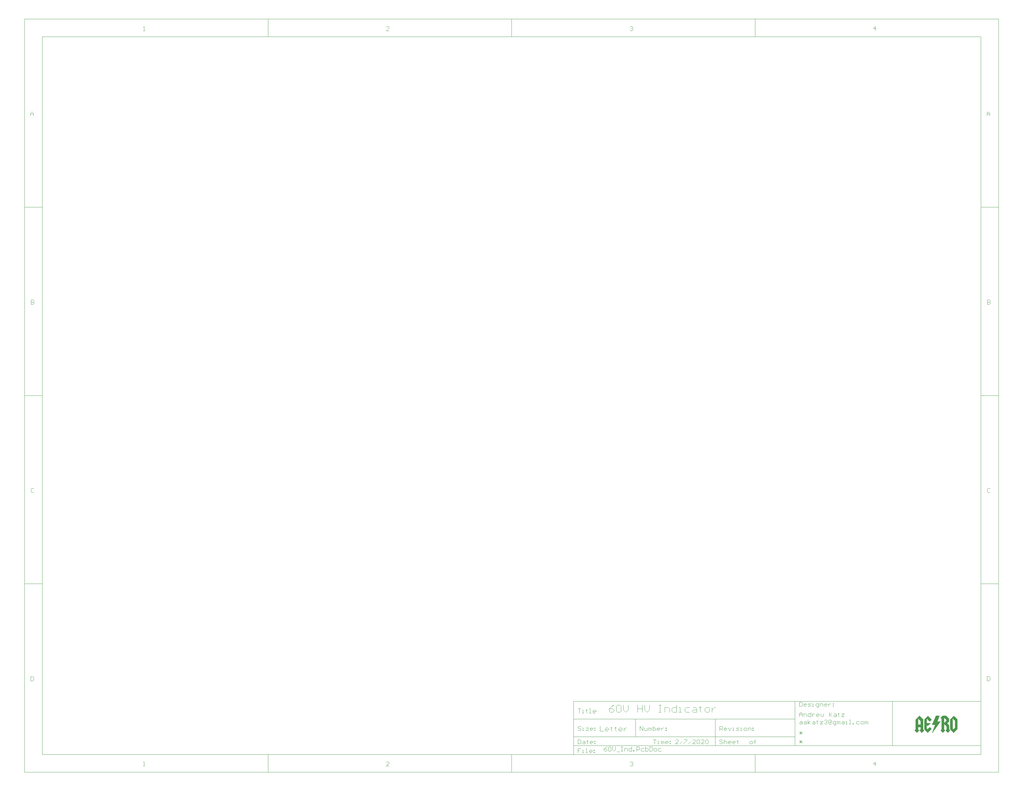
<source format=gbr>
%TF.GenerationSoftware,Altium Limited,Altium Designer,20.0.11 (256)*%
G04 Layer_Color=16711935*
%FSLAX26Y26*%
%MOIN*%
%TF.FileFunction,Other,Sheet*%
%TF.Part,Single*%
G01*
G75*
%TA.AperFunction,NonConductor*%
%ADD39C,0.003900*%
%ADD40C,0.000500*%
G36*
X8909800Y-670014D02*
X8911867D01*
Y-670703D01*
X8911178D01*
Y-671392D01*
X8913245D01*
Y-672081D01*
X8912556D01*
Y-672770D01*
X8914623D01*
Y-673459D01*
X8913934D01*
Y-674148D01*
X8916001D01*
Y-674837D01*
X8915312D01*
Y-675525D01*
X8917379D01*
Y-676214D01*
X8916690D01*
Y-676903D01*
X8918757D01*
Y-677592D01*
X8918068D01*
Y-678281D01*
X8920135D01*
Y-678970D01*
X8919446D01*
Y-679659D01*
X8921513D01*
Y-680348D01*
X8920824D01*
Y-681037D01*
X8922891D01*
Y-681726D01*
X8922202D01*
Y-682415D01*
X8924269D01*
Y-683104D01*
X8923580D01*
Y-683793D01*
X8925646D01*
Y-684482D01*
X8924957D01*
Y-685171D01*
X8927024D01*
Y-685860D01*
X8926335D01*
Y-686549D01*
X8928402D01*
Y-687238D01*
X8927713D01*
Y-687927D01*
X8929780D01*
Y-688615D01*
X8929091D01*
Y-689304D01*
X8931158D01*
Y-689993D01*
X8930469D01*
Y-690682D01*
X8932536D01*
Y-691371D01*
X8931847D01*
Y-692060D01*
X8933914D01*
Y-692749D01*
X8933225D01*
Y-693438D01*
X8935292D01*
Y-694127D01*
X8934603D01*
Y-694816D01*
X8936669D01*
Y-695505D01*
X8935981D01*
Y-696194D01*
X8938048D01*
Y-696883D01*
X8937359D01*
Y-697572D01*
X8939425D01*
Y-698261D01*
X8938736D01*
Y-698950D01*
X8940803D01*
Y-699639D01*
X8940114D01*
Y-700328D01*
X8942181D01*
Y-701017D01*
X8941492D01*
Y-701706D01*
X8943559D01*
Y-702394D01*
X8942870D01*
Y-703083D01*
X8944937D01*
Y-703772D01*
X8944248D01*
Y-704461D01*
X8946315D01*
Y-705150D01*
X8945626D01*
Y-705839D01*
X8947693D01*
Y-706528D01*
X8947004D01*
Y-707217D01*
X8949071D01*
Y-707906D01*
X8948382D01*
Y-708595D01*
X8950449D01*
Y-709284D01*
X8949760D01*
Y-709973D01*
X8951826D01*
Y-710662D01*
X8951138D01*
Y-711351D01*
X8953204D01*
Y-712040D01*
X8952515D01*
Y-712729D01*
X8951826D01*
Y-713418D01*
X8951138D01*
Y-714107D01*
X8950449D01*
Y-714795D01*
X8949760D01*
Y-715485D01*
X8949071D01*
Y-716173D01*
X8948382D01*
Y-716862D01*
X8947693D01*
Y-717551D01*
X8947004D01*
Y-718240D01*
X8946315D01*
Y-718929D01*
X8945626D01*
Y-719618D01*
X8944937D01*
Y-720307D01*
X8944248D01*
Y-720996D01*
X8943559D01*
Y-721685D01*
X8942870D01*
Y-722374D01*
X8942181D01*
Y-723063D01*
X8941492D01*
Y-723752D01*
X8940803D01*
Y-724441D01*
X8940114D01*
Y-725130D01*
X8939425D01*
Y-725819D01*
X8938736D01*
Y-726508D01*
X8938048D01*
Y-727197D01*
X8937359D01*
Y-727886D01*
X8936669D01*
Y-728574D01*
X8935981D01*
Y-729264D01*
X8935292D01*
Y-729952D01*
X8934603D01*
Y-730641D01*
X8933914D01*
Y-731330D01*
X8933225D01*
Y-732019D01*
X8932536D01*
Y-732708D01*
X8931847D01*
Y-733397D01*
X8931158D01*
Y-734086D01*
X8930469D01*
Y-734775D01*
X8929780D01*
Y-734086D01*
X8929091D01*
Y-733397D01*
X8928402D01*
Y-732708D01*
X8927713D01*
Y-732019D01*
X8927024D01*
Y-731330D01*
X8926335D01*
Y-730641D01*
X8925646D01*
Y-729952D01*
X8924957D01*
Y-729264D01*
X8924269D01*
Y-728574D01*
X8923580D01*
Y-727886D01*
X8922891D01*
Y-727197D01*
X8922202D01*
Y-726508D01*
X8921513D01*
Y-725819D01*
X8920824D01*
Y-725130D01*
X8920135D01*
Y-724441D01*
X8919446D01*
Y-723752D01*
X8918757D01*
Y-723063D01*
X8918068D01*
Y-722374D01*
X8917379D01*
Y-721685D01*
X8916690D01*
Y-720996D01*
X8916001D01*
Y-720307D01*
X8915312D01*
Y-719618D01*
X8914623D01*
Y-718929D01*
X8913934D01*
Y-718240D01*
X8913245D01*
Y-717551D01*
X8912556D01*
Y-716862D01*
X8911867D01*
Y-716173D01*
X8911178D01*
Y-715485D01*
X8910489D01*
Y-714795D01*
X8909800D01*
Y-714107D01*
X8909112D01*
Y-713418D01*
X8908423D01*
Y-712729D01*
X8907734D01*
Y-712040D01*
X8907045D01*
Y-711351D01*
X8906356D01*
Y-710662D01*
X8905667D01*
Y-709973D01*
X8904978D01*
Y-709284D01*
X8904289D01*
Y-708595D01*
X8903600D01*
Y-707906D01*
X8902911D01*
Y-707217D01*
X8902222D01*
Y-706528D01*
X8901533D01*
Y-705839D01*
X8900844D01*
Y-705150D01*
X8900155D01*
Y-704461D01*
X8899466D01*
Y-703772D01*
X8898777D01*
Y-703083D01*
X8898088D01*
Y-702394D01*
X8897399D01*
Y-703083D01*
X8898088D01*
Y-703772D01*
X8897399D01*
Y-704461D01*
X8898088D01*
Y-705150D01*
X8897399D01*
Y-705839D01*
X8898088D01*
Y-706528D01*
X8897399D01*
Y-707217D01*
X8898088D01*
Y-707906D01*
X8897399D01*
Y-708595D01*
X8898088D01*
Y-709284D01*
X8897399D01*
Y-709973D01*
X8898088D01*
Y-710662D01*
X8897399D01*
Y-711351D01*
X8898088D01*
Y-712040D01*
X8897399D01*
Y-712729D01*
X8898088D01*
Y-713418D01*
X8897399D01*
Y-714107D01*
X8898088D01*
Y-714795D01*
X8897399D01*
Y-715485D01*
X8898088D01*
Y-716173D01*
X8897399D01*
Y-716862D01*
X8898088D01*
Y-717551D01*
X8897399D01*
Y-718240D01*
X8898088D01*
Y-718929D01*
X8897399D01*
Y-719618D01*
X8898088D01*
Y-720307D01*
X8897399D01*
Y-720996D01*
X8898088D01*
Y-721685D01*
X8897399D01*
Y-722374D01*
X8898088D01*
Y-723063D01*
X8897399D01*
Y-723752D01*
X8898088D01*
Y-724441D01*
X8897399D01*
Y-725130D01*
X8898088D01*
Y-725819D01*
X8897399D01*
Y-726508D01*
X8898088D01*
Y-727197D01*
X8897399D01*
Y-727886D01*
X8898088D01*
Y-728574D01*
X8897399D01*
Y-729264D01*
X8898088D01*
Y-729952D01*
X8897399D01*
Y-730641D01*
X8898088D01*
Y-731330D01*
X8897399D01*
Y-732019D01*
X8898088D01*
Y-732708D01*
X8897399D01*
Y-733397D01*
X8898088D01*
Y-734086D01*
X8897399D01*
Y-734775D01*
X8898088D01*
Y-735464D01*
X8897399D01*
Y-736153D01*
X8898088D01*
Y-736842D01*
X8897399D01*
Y-737531D01*
X8898088D01*
Y-738220D01*
X8897399D01*
Y-738909D01*
X8898088D01*
Y-739598D01*
X8897399D01*
Y-740287D01*
X8898088D01*
Y-740976D01*
X8897399D01*
Y-741664D01*
X8898088D01*
Y-742354D01*
X8897399D01*
Y-743042D01*
X8898088D01*
Y-743731D01*
X8897399D01*
Y-744420D01*
X8898088D01*
Y-745109D01*
X8897399D01*
Y-745798D01*
X8898088D01*
Y-746487D01*
X8897399D01*
Y-747176D01*
X8898088D01*
Y-747865D01*
X8897399D01*
Y-748554D01*
X8898088D01*
Y-749243D01*
X8897399D01*
Y-749932D01*
X8898088D01*
Y-750621D01*
X8898777D01*
Y-751310D01*
X8899466D01*
Y-750621D01*
X8900155D01*
Y-749932D01*
X8900844D01*
Y-750621D01*
X8901533D01*
Y-751310D01*
X8902222D01*
Y-750621D01*
X8902911D01*
Y-749932D01*
X8903600D01*
Y-750621D01*
X8904289D01*
Y-751310D01*
X8904978D01*
Y-750621D01*
X8905667D01*
Y-749932D01*
X8906356D01*
Y-750621D01*
X8907045D01*
Y-751310D01*
X8907734D01*
Y-750621D01*
X8908423D01*
Y-749932D01*
X8909112D01*
Y-750621D01*
X8909800D01*
Y-751310D01*
X8910489D01*
Y-750621D01*
X8911178D01*
Y-749932D01*
X8911867D01*
Y-750621D01*
X8912556D01*
Y-751310D01*
X8913245D01*
Y-750621D01*
X8913934D01*
Y-749932D01*
X8914623D01*
Y-750621D01*
X8915312D01*
Y-751310D01*
X8916001D01*
Y-750621D01*
X8916690D01*
Y-749932D01*
X8917379D01*
Y-750621D01*
X8918068D01*
Y-751310D01*
X8918757D01*
Y-750621D01*
X8919446D01*
Y-749932D01*
X8920135D01*
Y-750621D01*
X8920824D01*
Y-751310D01*
X8921513D01*
Y-750621D01*
X8922202D01*
Y-749932D01*
X8922891D01*
Y-750621D01*
X8923580D01*
Y-751310D01*
X8924269D01*
Y-750621D01*
X8924957D01*
Y-749932D01*
X8925646D01*
Y-750621D01*
X8926335D01*
Y-751310D01*
X8927024D01*
Y-750621D01*
X8927713D01*
Y-749932D01*
X8928402D01*
Y-750621D01*
X8929091D01*
Y-751310D01*
X8929780D01*
Y-750621D01*
X8930469D01*
Y-749932D01*
X8931158D01*
Y-750621D01*
X8931847D01*
Y-751310D01*
X8932536D01*
Y-750621D01*
X8933225D01*
Y-749932D01*
X8933914D01*
Y-750621D01*
X8934603D01*
Y-751310D01*
X8935292D01*
Y-750621D01*
X8935981D01*
Y-749932D01*
X8936669D01*
Y-750621D01*
X8937359D01*
Y-751310D01*
X8938048D01*
Y-750621D01*
X8938736D01*
Y-749932D01*
X8939425D01*
Y-750621D01*
X8940114D01*
Y-751310D01*
X8940803D01*
Y-750621D01*
X8941492D01*
Y-751310D01*
X8942181D01*
Y-751999D01*
X8941492D01*
Y-752688D01*
X8940803D01*
Y-753377D01*
X8939425D01*
Y-754066D01*
Y-754755D01*
X8938048D01*
Y-755443D01*
Y-756133D01*
X8936669D01*
Y-756821D01*
Y-757510D01*
X8935981D01*
Y-758199D01*
X8935292D01*
Y-758888D01*
X8933914D01*
Y-759577D01*
Y-760266D01*
X8932536D01*
Y-760955D01*
Y-761644D01*
X8931158D01*
Y-762333D01*
Y-763022D01*
X8930469D01*
Y-763711D01*
X8929780D01*
Y-764400D01*
X8929091D01*
Y-765089D01*
X8928402D01*
Y-765778D01*
X8927713D01*
Y-766467D01*
X8927024D01*
Y-767156D01*
X8926335D01*
Y-767845D01*
X8925646D01*
Y-768534D01*
X8924957D01*
Y-769222D01*
X8924269D01*
Y-769911D01*
X8923580D01*
Y-770600D01*
X8922891D01*
Y-771289D01*
X8922202D01*
Y-771978D01*
X8921513D01*
Y-772667D01*
X8920824D01*
Y-773356D01*
X8920135D01*
Y-774045D01*
X8919446D01*
Y-774734D01*
X8918757D01*
Y-775423D01*
X8918068D01*
Y-776112D01*
X8917379D01*
Y-776801D01*
X8916690D01*
Y-777490D01*
X8916001D01*
Y-778179D01*
X8915312D01*
Y-778868D01*
X8914623D01*
Y-779557D01*
X8897399D01*
Y-780246D01*
X8898088D01*
Y-780935D01*
X8897399D01*
Y-781624D01*
X8898088D01*
Y-782312D01*
X8897399D01*
Y-783001D01*
X8898088D01*
Y-783690D01*
X8897399D01*
Y-784379D01*
X8898088D01*
Y-785068D01*
X8897399D01*
Y-785757D01*
X8898088D01*
Y-786446D01*
X8897399D01*
Y-787135D01*
X8898088D01*
Y-787824D01*
X8897399D01*
Y-788513D01*
X8898088D01*
Y-789202D01*
X8897399D01*
Y-789891D01*
X8898088D01*
Y-790580D01*
X8897399D01*
Y-791269D01*
X8898088D01*
Y-791958D01*
X8897399D01*
Y-792647D01*
X8898088D01*
Y-793336D01*
X8897399D01*
Y-794025D01*
X8898088D01*
Y-794714D01*
X8897399D01*
Y-795403D01*
X8898088D01*
Y-796091D01*
X8897399D01*
Y-796780D01*
X8898088D01*
Y-797469D01*
X8897399D01*
Y-798158D01*
X8898088D01*
Y-798847D01*
X8897399D01*
Y-799536D01*
X8898088D01*
Y-800225D01*
X8897399D01*
Y-800914D01*
X8898088D01*
Y-801603D01*
X8897399D01*
Y-802292D01*
X8898088D01*
Y-802981D01*
X8897399D01*
Y-803670D01*
X8898088D01*
Y-804359D01*
X8897399D01*
Y-805048D01*
X8898088D01*
Y-805737D01*
X8897399D01*
Y-806426D01*
X8898088D01*
Y-807115D01*
X8897399D01*
Y-807804D01*
X8898088D01*
Y-808493D01*
X8897399D01*
Y-809182D01*
X8898088D01*
Y-809870D01*
X8897399D01*
Y-810559D01*
X8898088D01*
Y-811248D01*
X8897399D01*
Y-811937D01*
X8898088D01*
Y-812626D01*
X8897399D01*
Y-813315D01*
X8898777D01*
Y-814004D01*
Y-814693D01*
X8900844D01*
Y-815382D01*
Y-816071D01*
X8902222D01*
Y-816760D01*
X8901533D01*
Y-817449D01*
X8903600D01*
Y-818138D01*
Y-818827D01*
X8904978D01*
Y-819516D01*
Y-820205D01*
X8906356D01*
Y-819516D01*
Y-818827D01*
X8907734D01*
Y-818138D01*
X8907045D01*
Y-817449D01*
X8909112D01*
Y-816760D01*
Y-816071D01*
X8910489D01*
Y-815382D01*
X8909800D01*
Y-814693D01*
X8911867D01*
Y-814004D01*
Y-813315D01*
X8913245D01*
Y-812626D01*
X8912556D01*
Y-811937D01*
X8914623D01*
Y-811248D01*
X8915312D01*
Y-810559D01*
X8916001D01*
Y-809870D01*
X8915312D01*
Y-809182D01*
X8917379D01*
Y-808493D01*
Y-807804D01*
X8918757D01*
Y-807115D01*
X8918068D01*
Y-806426D01*
X8920135D01*
Y-805737D01*
Y-805048D01*
X8921513D01*
Y-804359D01*
X8920824D01*
Y-803670D01*
X8922891D01*
Y-802981D01*
Y-802292D01*
X8924269D01*
Y-801603D01*
X8923580D01*
Y-800914D01*
X8925646D01*
Y-800225D01*
X8926335D01*
Y-799536D01*
X8927024D01*
Y-798847D01*
X8926335D01*
Y-798158D01*
X8928402D01*
Y-797469D01*
Y-796780D01*
X8929780D01*
Y-796091D01*
X8929091D01*
Y-795403D01*
X8929780D01*
Y-796091D01*
X8930469D01*
Y-796780D01*
X8931158D01*
Y-797469D01*
X8931847D01*
Y-798158D01*
X8932536D01*
Y-798847D01*
X8933225D01*
Y-799536D01*
X8933914D01*
Y-800225D01*
X8934603D01*
Y-800914D01*
X8935292D01*
Y-801603D01*
X8935981D01*
Y-802292D01*
X8936669D01*
Y-802981D01*
X8937359D01*
Y-803670D01*
X8938048D01*
Y-804359D01*
X8938736D01*
Y-805048D01*
X8939425D01*
Y-805737D01*
X8940114D01*
Y-806426D01*
X8940803D01*
Y-807115D01*
X8941492D01*
Y-807804D01*
X8942181D01*
Y-808493D01*
X8942870D01*
Y-809182D01*
X8943559D01*
Y-809870D01*
X8944248D01*
Y-810559D01*
X8944937D01*
Y-811248D01*
X8945626D01*
Y-811937D01*
X8947004D01*
Y-812626D01*
Y-813315D01*
X8948382D01*
Y-814004D01*
Y-814693D01*
X8949760D01*
Y-815382D01*
Y-816071D01*
X8950449D01*
Y-816760D01*
X8951138D01*
Y-817449D01*
X8951826D01*
Y-818138D01*
X8950449D01*
Y-818827D01*
Y-819516D01*
X8948382D01*
Y-820205D01*
X8949071D01*
Y-820894D01*
X8947693D01*
Y-821583D01*
Y-822271D01*
X8945626D01*
Y-822961D01*
X8946315D01*
Y-823649D01*
X8944937D01*
Y-824338D01*
Y-825027D01*
X8942870D01*
Y-825716D01*
X8943559D01*
Y-826405D01*
X8942181D01*
Y-827094D01*
Y-827783D01*
X8940114D01*
Y-828472D01*
X8940803D01*
Y-829161D01*
X8939425D01*
Y-829850D01*
Y-830539D01*
X8937359D01*
Y-831228D01*
X8938048D01*
Y-831917D01*
X8935981D01*
Y-832606D01*
X8936669D01*
Y-833295D01*
X8934603D01*
Y-833984D01*
X8935292D01*
Y-834673D01*
X8933225D01*
Y-835362D01*
X8933914D01*
Y-836051D01*
X8931847D01*
Y-836739D01*
X8932536D01*
Y-837428D01*
X8930469D01*
Y-838117D01*
X8931158D01*
Y-838806D01*
X8929091D01*
Y-839495D01*
X8929780D01*
Y-840184D01*
X8927713D01*
Y-840873D01*
X8928402D01*
Y-841562D01*
X8926335D01*
Y-842251D01*
X8927024D01*
Y-842940D01*
X8924957D01*
Y-843629D01*
X8925646D01*
Y-844318D01*
X8924957D01*
Y-843629D01*
X8924269D01*
Y-844318D01*
X8923580D01*
Y-845007D01*
X8924269D01*
Y-845696D01*
X8922202D01*
Y-846385D01*
X8922891D01*
Y-847074D01*
X8920824D01*
Y-847763D01*
X8921513D01*
Y-848452D01*
X8919446D01*
Y-849141D01*
X8920135D01*
Y-849830D01*
X8919446D01*
Y-849141D01*
X8918757D01*
Y-849830D01*
X8918068D01*
Y-850518D01*
X8918757D01*
Y-851207D01*
X8916690D01*
Y-851896D01*
X8917379D01*
Y-852585D01*
X8915312D01*
Y-853274D01*
X8916001D01*
Y-853963D01*
X8913934D01*
Y-854652D01*
X8913245D01*
Y-855341D01*
X8912556D01*
Y-856030D01*
X8913245D01*
Y-856719D01*
X8911178D01*
Y-857408D01*
X8910489D01*
Y-858097D01*
X8909800D01*
Y-858786D01*
X8910489D01*
Y-859475D01*
X8909800D01*
Y-858786D01*
X8909112D01*
Y-859475D01*
X8908423D01*
Y-860164D01*
X8907734D01*
Y-860853D01*
X8907045D01*
Y-861542D01*
X8906356D01*
Y-860853D01*
X8905667D01*
Y-860164D01*
X8904978D01*
Y-859475D01*
X8904289D01*
Y-858786D01*
X8903600D01*
Y-858097D01*
X8902911D01*
Y-857408D01*
X8902222D01*
Y-856719D01*
X8901533D01*
Y-856030D01*
X8900844D01*
Y-855341D01*
X8900155D01*
Y-854652D01*
X8899466D01*
Y-853963D01*
X8898777D01*
Y-853274D01*
X8899466D01*
Y-852585D01*
X8897399D01*
Y-851896D01*
X8898088D01*
Y-851207D01*
X8896022D01*
Y-850518D01*
X8896710D01*
Y-849830D01*
X8894644D01*
Y-849141D01*
X8895333D01*
Y-848452D01*
X8893266D01*
Y-847763D01*
X8893955D01*
Y-847074D01*
X8891888D01*
Y-846385D01*
X8892577D01*
Y-845696D01*
X8890510D01*
Y-845007D01*
X8891199D01*
Y-844318D01*
X8889132D01*
Y-843629D01*
X8889821D01*
Y-842940D01*
X8887754D01*
Y-842251D01*
X8888443D01*
Y-841562D01*
X8886376D01*
Y-840873D01*
X8887065D01*
Y-840184D01*
X8884998D01*
Y-839495D01*
X8885687D01*
Y-838806D01*
X8883621D01*
Y-838117D01*
X8884309D01*
Y-837428D01*
X8882243D01*
Y-836739D01*
X8882932D01*
Y-836051D01*
X8880865D01*
Y-835362D01*
X8881554D01*
Y-834673D01*
X8879487D01*
Y-833984D01*
X8880176D01*
Y-833295D01*
X8878109D01*
Y-832606D01*
X8878798D01*
Y-831917D01*
X8876731D01*
Y-831228D01*
X8877420D01*
Y-830539D01*
X8875353D01*
Y-829850D01*
X8876042D01*
Y-829161D01*
X8873975D01*
Y-828472D01*
X8874664D01*
Y-827783D01*
X8872597D01*
Y-827094D01*
X8873286D01*
Y-826405D01*
X8871219D01*
Y-825716D01*
X8871908D01*
Y-825027D01*
X8869842D01*
Y-824338D01*
X8870531D01*
Y-823649D01*
X8868464D01*
Y-822961D01*
X8869153D01*
Y-822271D01*
X8868464D01*
Y-821583D01*
X8867775D01*
Y-820894D01*
X8868464D01*
Y-820205D01*
X8867775D01*
Y-819516D01*
X8868464D01*
Y-818827D01*
X8867775D01*
Y-818138D01*
X8868464D01*
Y-817449D01*
X8867775D01*
Y-816760D01*
X8868464D01*
Y-816071D01*
X8867775D01*
Y-815382D01*
X8868464D01*
Y-814693D01*
X8867775D01*
Y-814004D01*
X8868464D01*
Y-813315D01*
X8867775D01*
Y-812626D01*
X8868464D01*
Y-811937D01*
X8867775D01*
Y-811248D01*
X8868464D01*
Y-810559D01*
X8867775D01*
Y-809870D01*
X8868464D01*
Y-809182D01*
X8867775D01*
Y-808493D01*
X8868464D01*
Y-807804D01*
X8867775D01*
Y-807115D01*
X8868464D01*
Y-806426D01*
X8867775D01*
Y-805737D01*
X8868464D01*
Y-805048D01*
X8867775D01*
Y-804359D01*
X8868464D01*
Y-803670D01*
X8867775D01*
Y-802981D01*
X8868464D01*
Y-802292D01*
X8867775D01*
Y-801603D01*
X8868464D01*
Y-800914D01*
X8867775D01*
Y-800225D01*
X8868464D01*
Y-799536D01*
X8867775D01*
Y-798847D01*
X8868464D01*
Y-798158D01*
X8867775D01*
Y-797469D01*
X8868464D01*
Y-796780D01*
X8867775D01*
Y-796091D01*
X8868464D01*
Y-795403D01*
X8867775D01*
Y-794714D01*
X8868464D01*
Y-794025D01*
X8867775D01*
Y-793336D01*
X8868464D01*
Y-792647D01*
X8867775D01*
Y-791958D01*
X8868464D01*
Y-791269D01*
X8867775D01*
Y-790580D01*
X8868464D01*
Y-789891D01*
X8867775D01*
Y-789202D01*
X8868464D01*
Y-788513D01*
X8867775D01*
Y-787824D01*
X8868464D01*
Y-787135D01*
X8867775D01*
Y-786446D01*
X8868464D01*
Y-785757D01*
X8867775D01*
Y-785068D01*
X8868464D01*
Y-784379D01*
X8867775D01*
Y-783690D01*
X8868464D01*
Y-783001D01*
X8867775D01*
Y-782312D01*
X8868464D01*
Y-781624D01*
X8867775D01*
Y-780935D01*
X8868464D01*
Y-780246D01*
X8867775D01*
Y-779557D01*
X8868464D01*
Y-778868D01*
X8867775D01*
Y-778179D01*
X8868464D01*
Y-777490D01*
X8867775D01*
Y-776801D01*
X8868464D01*
Y-776112D01*
X8867775D01*
Y-775423D01*
X8868464D01*
Y-774734D01*
X8867775D01*
Y-774045D01*
X8868464D01*
Y-773356D01*
X8867775D01*
Y-772667D01*
X8868464D01*
Y-771978D01*
X8867775D01*
Y-771289D01*
X8868464D01*
Y-770600D01*
X8867775D01*
Y-769911D01*
X8868464D01*
Y-769222D01*
X8867775D01*
Y-768534D01*
X8868464D01*
Y-767845D01*
X8867775D01*
Y-767156D01*
X8868464D01*
Y-766467D01*
X8867775D01*
Y-765778D01*
X8868464D01*
Y-765089D01*
X8867775D01*
Y-764400D01*
X8868464D01*
Y-763711D01*
X8867775D01*
Y-763022D01*
X8868464D01*
Y-762333D01*
X8867775D01*
Y-761644D01*
X8868464D01*
Y-760955D01*
X8867775D01*
Y-760266D01*
X8868464D01*
Y-759577D01*
X8867775D01*
Y-758888D01*
X8868464D01*
Y-758199D01*
X8867775D01*
Y-757510D01*
X8868464D01*
Y-756821D01*
X8867775D01*
Y-756133D01*
X8868464D01*
Y-755443D01*
X8867775D01*
Y-754755D01*
X8868464D01*
Y-754066D01*
X8867775D01*
Y-753377D01*
X8868464D01*
Y-752688D01*
X8867775D01*
Y-751999D01*
X8868464D01*
Y-751310D01*
X8867775D01*
Y-750621D01*
X8868464D01*
Y-749932D01*
X8867775D01*
Y-749243D01*
X8868464D01*
Y-748554D01*
X8867775D01*
Y-747865D01*
X8868464D01*
Y-747176D01*
X8867775D01*
Y-746487D01*
X8868464D01*
Y-745798D01*
X8867775D01*
Y-745109D01*
X8868464D01*
Y-744420D01*
X8867775D01*
Y-743731D01*
X8868464D01*
Y-743042D01*
X8867775D01*
Y-742354D01*
X8868464D01*
Y-741664D01*
X8867775D01*
Y-740976D01*
X8868464D01*
Y-740287D01*
X8867775D01*
Y-739598D01*
X8868464D01*
Y-738909D01*
X8867775D01*
Y-738220D01*
X8868464D01*
Y-737531D01*
X8867775D01*
Y-736842D01*
X8868464D01*
Y-736153D01*
X8867775D01*
Y-735464D01*
X8868464D01*
Y-734775D01*
X8867775D01*
Y-734086D01*
X8868464D01*
Y-733397D01*
X8867775D01*
Y-732708D01*
X8868464D01*
Y-732019D01*
X8867775D01*
Y-731330D01*
X8868464D01*
Y-730641D01*
X8867775D01*
Y-729952D01*
X8868464D01*
Y-729264D01*
X8867775D01*
Y-728574D01*
X8868464D01*
Y-727886D01*
X8867775D01*
Y-727197D01*
X8868464D01*
Y-726508D01*
X8867775D01*
Y-725819D01*
X8868464D01*
Y-725130D01*
X8867775D01*
Y-724441D01*
X8868464D01*
Y-723752D01*
X8867775D01*
Y-723063D01*
X8868464D01*
Y-722374D01*
X8867775D01*
Y-721685D01*
X8868464D01*
Y-720996D01*
X8867775D01*
Y-720307D01*
X8868464D01*
Y-719618D01*
X8867775D01*
Y-718929D01*
X8868464D01*
Y-718240D01*
X8867775D01*
Y-717551D01*
X8868464D01*
Y-716862D01*
X8867775D01*
Y-716173D01*
X8868464D01*
Y-715485D01*
X8867775D01*
Y-714795D01*
X8868464D01*
Y-714107D01*
X8867775D01*
Y-713418D01*
X8868464D01*
Y-712729D01*
X8867775D01*
Y-712040D01*
X8868464D01*
Y-711351D01*
X8867775D01*
Y-710662D01*
X8868464D01*
Y-709973D01*
X8869153D01*
Y-709284D01*
X8869842D01*
Y-708595D01*
X8870531D01*
Y-707906D01*
Y-707217D01*
X8871908D01*
Y-706528D01*
X8872597D01*
Y-705839D01*
X8873286D01*
Y-705150D01*
Y-704461D01*
X8874664D01*
Y-703772D01*
X8875353D01*
Y-703083D01*
X8876042D01*
Y-702394D01*
Y-701706D01*
X8877420D01*
Y-701017D01*
X8878109D01*
Y-700328D01*
X8878798D01*
Y-699639D01*
Y-698950D01*
X8880176D01*
Y-698261D01*
X8880865D01*
Y-697572D01*
X8881554D01*
Y-696883D01*
Y-696194D01*
X8882932D01*
Y-695505D01*
X8883621D01*
Y-694816D01*
X8884309D01*
Y-694127D01*
Y-693438D01*
X8885687D01*
Y-692749D01*
X8886376D01*
Y-692060D01*
X8887065D01*
Y-691371D01*
Y-690682D01*
X8888443D01*
Y-689993D01*
X8889132D01*
Y-689304D01*
X8889821D01*
Y-688615D01*
Y-687927D01*
X8891199D01*
Y-687238D01*
X8891888D01*
Y-686549D01*
X8892577D01*
Y-685860D01*
Y-685171D01*
X8893955D01*
Y-684482D01*
X8894644D01*
Y-683793D01*
X8895333D01*
Y-683104D01*
Y-682415D01*
X8896710D01*
Y-681726D01*
X8897399D01*
Y-681037D01*
X8898088D01*
Y-680348D01*
Y-679659D01*
X8899466D01*
Y-678970D01*
X8900155D01*
Y-678281D01*
X8900844D01*
Y-677592D01*
Y-676903D01*
X8902222D01*
Y-676214D01*
X8902911D01*
Y-675525D01*
X8903600D01*
Y-674837D01*
Y-674148D01*
X8904978D01*
Y-673459D01*
X8905667D01*
Y-672770D01*
X8906356D01*
Y-672081D01*
Y-671392D01*
X8907734D01*
Y-670703D01*
X8908423D01*
Y-670014D01*
X8909112D01*
Y-669325D01*
X8909800D01*
Y-670014D01*
D02*
G37*
G36*
X8815415Y-669325D02*
X8816104D01*
Y-670014D01*
X8816792D01*
Y-670703D01*
X8817481D01*
Y-671392D01*
X8818170D01*
Y-672081D01*
X8818859D01*
Y-672770D01*
X8819548D01*
Y-673459D01*
X8820237D01*
Y-674148D01*
X8820926D01*
Y-674837D01*
X8821615D01*
Y-675525D01*
X8822304D01*
Y-676214D01*
X8822993D01*
Y-676903D01*
X8823682D01*
Y-677592D01*
X8824371D01*
Y-678281D01*
X8825060D01*
Y-678970D01*
X8825749D01*
Y-679659D01*
X8826438D01*
Y-680348D01*
X8827127D01*
Y-681037D01*
X8827816D01*
Y-681726D01*
X8828505D01*
Y-682415D01*
X8829193D01*
Y-683104D01*
X8829883D01*
Y-683793D01*
X8830572D01*
Y-684482D01*
X8831260D01*
Y-685171D01*
X8831949D01*
Y-685860D01*
X8832638D01*
Y-686549D01*
X8833327D01*
Y-687238D01*
X8834016D01*
Y-687927D01*
X8834705D01*
Y-688615D01*
X8835394D01*
Y-689304D01*
X8836083D01*
Y-689993D01*
X8836772D01*
Y-690682D01*
X8837461D01*
Y-691371D01*
X8838150D01*
Y-692060D01*
X8838839D01*
Y-692749D01*
X8839528D01*
Y-693438D01*
X8840217D01*
Y-694127D01*
X8840906D01*
Y-694816D01*
X8841595D01*
Y-695505D01*
X8842284D01*
Y-696194D01*
X8842972D01*
Y-696883D01*
X8843661D01*
Y-697572D01*
X8844351D01*
Y-698261D01*
X8845039D01*
Y-698950D01*
X8845728D01*
Y-699639D01*
X8846417D01*
Y-700328D01*
X8847106D01*
Y-701017D01*
X8847795D01*
Y-701706D01*
X8848484D01*
Y-702394D01*
X8849173D01*
Y-703083D01*
X8849862D01*
Y-703772D01*
X8850551D01*
Y-704461D01*
X8851240D01*
Y-705150D01*
X8851929D01*
Y-705839D01*
X8852618D01*
Y-706528D01*
X8853307D01*
Y-707217D01*
X8853996D01*
Y-707906D01*
X8854685D01*
Y-708595D01*
X8855374D01*
Y-709284D01*
X8856063D01*
Y-709973D01*
X8856752D01*
Y-710662D01*
X8856063D01*
Y-711351D01*
X8856752D01*
Y-712040D01*
X8856063D01*
Y-712729D01*
X8856752D01*
Y-713418D01*
X8856063D01*
Y-714107D01*
X8856752D01*
Y-714795D01*
X8856063D01*
Y-715485D01*
X8856752D01*
Y-716173D01*
X8856063D01*
Y-716862D01*
X8856752D01*
Y-717551D01*
X8856063D01*
Y-718240D01*
X8856752D01*
Y-718929D01*
X8856063D01*
Y-719618D01*
X8856752D01*
Y-720307D01*
X8856063D01*
Y-720996D01*
X8856752D01*
Y-721685D01*
X8856063D01*
Y-722374D01*
X8856752D01*
Y-723063D01*
X8856063D01*
Y-723752D01*
X8856752D01*
Y-724441D01*
X8856063D01*
Y-725130D01*
X8856752D01*
Y-725819D01*
X8856063D01*
Y-726508D01*
X8856752D01*
Y-727197D01*
X8856063D01*
Y-727886D01*
X8856752D01*
Y-728574D01*
X8856063D01*
Y-729264D01*
X8856752D01*
Y-729952D01*
X8856063D01*
Y-730641D01*
X8856752D01*
Y-731330D01*
X8856063D01*
Y-732019D01*
X8856752D01*
Y-732708D01*
X8856063D01*
Y-733397D01*
X8856752D01*
Y-734086D01*
X8856063D01*
Y-734775D01*
X8856752D01*
Y-735464D01*
X8856063D01*
Y-736153D01*
X8856752D01*
Y-736842D01*
X8856063D01*
Y-737531D01*
X8856752D01*
Y-738220D01*
X8856063D01*
Y-738909D01*
X8856752D01*
Y-739598D01*
X8856063D01*
Y-740287D01*
X8856752D01*
Y-740976D01*
X8856063D01*
Y-741664D01*
X8856752D01*
Y-742354D01*
X8856063D01*
Y-743042D01*
X8856752D01*
Y-743731D01*
X8856063D01*
Y-744420D01*
X8856752D01*
Y-745109D01*
X8856063D01*
Y-745798D01*
X8856752D01*
Y-746487D01*
X8856063D01*
Y-747176D01*
X8856752D01*
Y-747865D01*
X8856063D01*
Y-748554D01*
X8856752D01*
Y-749243D01*
X8856063D01*
Y-749932D01*
X8856752D01*
Y-750621D01*
X8856063D01*
Y-751310D01*
X8856752D01*
Y-751999D01*
X8856063D01*
Y-752688D01*
X8856752D01*
Y-753377D01*
X8856063D01*
Y-754066D01*
X8856752D01*
Y-754755D01*
X8856063D01*
Y-755443D01*
X8856752D01*
Y-756133D01*
X8856063D01*
Y-756821D01*
X8856752D01*
Y-757510D01*
X8856063D01*
Y-758199D01*
X8856752D01*
Y-758888D01*
X8856063D01*
Y-759577D01*
X8856752D01*
Y-760266D01*
X8856063D01*
Y-760955D01*
X8856752D01*
Y-761644D01*
X8856063D01*
Y-762333D01*
X8856752D01*
Y-763022D01*
X8856063D01*
Y-763711D01*
X8856752D01*
Y-764400D01*
X8856063D01*
Y-765089D01*
X8856752D01*
Y-765778D01*
X8856063D01*
Y-766467D01*
X8856752D01*
Y-767156D01*
X8856063D01*
Y-767845D01*
X8856752D01*
Y-768534D01*
X8856063D01*
Y-769222D01*
X8856752D01*
Y-769911D01*
X8856063D01*
Y-770600D01*
X8856752D01*
Y-771289D01*
X8856063D01*
Y-771978D01*
X8856752D01*
Y-772667D01*
X8856063D01*
Y-773356D01*
X8856752D01*
Y-774045D01*
X8856063D01*
Y-774734D01*
X8856752D01*
Y-775423D01*
X8856063D01*
Y-776112D01*
X8856752D01*
Y-776801D01*
X8856063D01*
Y-777490D01*
X8856752D01*
Y-778179D01*
X8856063D01*
Y-778868D01*
X8856752D01*
Y-779557D01*
X8856063D01*
Y-780246D01*
X8856752D01*
Y-780935D01*
X8856063D01*
Y-781624D01*
X8856752D01*
Y-782312D01*
X8856063D01*
Y-783001D01*
X8856752D01*
Y-783690D01*
X8856063D01*
Y-784379D01*
X8856752D01*
Y-785068D01*
X8856063D01*
Y-785757D01*
X8856752D01*
Y-786446D01*
X8856063D01*
Y-787135D01*
X8856752D01*
Y-787824D01*
X8856063D01*
Y-788513D01*
X8856752D01*
Y-789202D01*
X8856063D01*
Y-789891D01*
X8856752D01*
Y-790580D01*
X8856063D01*
Y-791269D01*
X8856752D01*
Y-791958D01*
X8856063D01*
Y-792647D01*
X8856752D01*
Y-793336D01*
X8856063D01*
Y-794025D01*
X8856752D01*
Y-794714D01*
X8856063D01*
Y-795403D01*
X8856752D01*
Y-796091D01*
X8856063D01*
Y-796780D01*
X8856752D01*
Y-797469D01*
X8856063D01*
Y-798158D01*
X8856752D01*
Y-798847D01*
X8856063D01*
Y-799536D01*
X8856752D01*
Y-800225D01*
X8856063D01*
Y-800914D01*
X8856752D01*
Y-801603D01*
X8856063D01*
Y-802292D01*
X8856752D01*
Y-802981D01*
X8856063D01*
Y-803670D01*
X8856752D01*
Y-804359D01*
X8856063D01*
Y-805048D01*
X8856752D01*
Y-805737D01*
X8856063D01*
Y-806426D01*
X8856752D01*
Y-807115D01*
X8856063D01*
Y-807804D01*
X8856752D01*
Y-808493D01*
X8856063D01*
Y-809182D01*
X8856752D01*
Y-809870D01*
X8856063D01*
Y-810559D01*
X8856752D01*
Y-811248D01*
X8856063D01*
Y-811937D01*
X8856752D01*
Y-812626D01*
X8856063D01*
Y-813315D01*
X8856752D01*
Y-814004D01*
X8856063D01*
Y-814693D01*
X8856752D01*
Y-815382D01*
X8856063D01*
Y-816071D01*
X8856752D01*
Y-816760D01*
X8856063D01*
Y-817449D01*
X8856752D01*
Y-818138D01*
X8856063D01*
Y-818827D01*
X8856752D01*
Y-819516D01*
X8856063D01*
Y-820205D01*
X8856752D01*
Y-820894D01*
X8856063D01*
Y-821583D01*
X8856752D01*
Y-822271D01*
Y-822961D01*
X8858129D01*
Y-823649D01*
Y-824338D01*
X8859507D01*
Y-825027D01*
X8858818D01*
Y-825716D01*
X8860885D01*
Y-826405D01*
X8860196D01*
Y-827094D01*
X8862263D01*
Y-827783D01*
X8861574D01*
Y-828472D01*
X8862263D01*
Y-829161D01*
X8862952D01*
Y-829850D01*
X8863641D01*
Y-830539D01*
X8864330D01*
Y-831228D01*
X8865019D01*
Y-831917D01*
X8865708D01*
Y-832606D01*
X8866397D01*
Y-833295D01*
X8867086D01*
Y-833984D01*
X8867775D01*
Y-834673D01*
X8867086D01*
Y-835362D01*
X8866397D01*
Y-836051D01*
X8865708D01*
Y-836739D01*
X8865019D01*
Y-837428D01*
X8864330D01*
Y-838117D01*
X8863641D01*
Y-838806D01*
X8862952D01*
Y-839495D01*
X8862263D01*
Y-840184D01*
X8861574D01*
Y-840873D01*
X8860885D01*
Y-841562D01*
X8860196D01*
Y-842251D01*
X8859507D01*
Y-842940D01*
X8858818D01*
Y-843629D01*
X8858129D01*
Y-844318D01*
X8857440D01*
Y-845007D01*
X8856752D01*
Y-845696D01*
X8856063D01*
Y-846385D01*
X8855374D01*
Y-847074D01*
X8854685D01*
Y-847763D01*
X8853996D01*
Y-848452D01*
X8853307D01*
Y-849141D01*
X8852618D01*
Y-849830D01*
X8851929D01*
Y-850518D01*
X8851240D01*
Y-851207D01*
X8850551D01*
Y-851896D01*
X8849862D01*
Y-852585D01*
X8849173D01*
Y-853274D01*
X8848484D01*
Y-853963D01*
X8847795D01*
Y-854652D01*
X8847106D01*
Y-855341D01*
X8846417D01*
Y-856030D01*
X8845728D01*
Y-856719D01*
X8845039D01*
Y-857408D01*
X8844351D01*
Y-858097D01*
X8843661D01*
Y-858786D01*
X8842972D01*
Y-859475D01*
X8842284D01*
Y-860164D01*
X8841595D01*
Y-860853D01*
X8840906D01*
Y-861542D01*
X8840217D01*
Y-860853D01*
X8839528D01*
Y-860164D01*
X8838839D01*
Y-859475D01*
X8838150D01*
Y-858786D01*
X8837461D01*
Y-858097D01*
X8836772D01*
Y-857408D01*
X8836083D01*
Y-856719D01*
X8835394D01*
Y-856030D01*
X8834705D01*
Y-855341D01*
X8834016D01*
Y-854652D01*
X8833327D01*
Y-853963D01*
X8832638D01*
Y-853274D01*
X8831949D01*
Y-852585D01*
X8831260D01*
Y-851896D01*
X8830572D01*
Y-851207D01*
X8829883D01*
Y-850518D01*
X8829193D01*
Y-849830D01*
X8828505D01*
Y-849141D01*
X8827816D01*
Y-848452D01*
X8827127D01*
Y-847763D01*
X8826438D01*
Y-847074D01*
X8825749D01*
Y-846385D01*
X8825060D01*
Y-845696D01*
X8824371D01*
Y-845007D01*
X8825060D01*
Y-844318D01*
X8822993D01*
Y-843629D01*
X8823682D01*
Y-842940D01*
X8821615D01*
Y-842251D01*
X8822304D01*
Y-841562D01*
X8820237D01*
Y-840873D01*
X8820926D01*
Y-840184D01*
X8818859D01*
Y-839495D01*
X8819548D01*
Y-838806D01*
X8817481D01*
Y-838117D01*
X8818170D01*
Y-837428D01*
X8816104D01*
Y-836739D01*
X8816792D01*
Y-836051D01*
X8814726D01*
Y-835362D01*
X8815415D01*
Y-834673D01*
X8813348D01*
Y-833984D01*
X8815415D01*
Y-833295D01*
X8814726D01*
Y-832606D01*
X8816104D01*
Y-831917D01*
Y-831228D01*
X8818170D01*
Y-830539D01*
X8817481D01*
Y-829850D01*
X8818859D01*
Y-829161D01*
Y-828472D01*
X8820926D01*
Y-827783D01*
X8820237D01*
Y-827094D01*
X8821615D01*
Y-826405D01*
Y-825716D01*
X8822993D01*
Y-825027D01*
Y-824338D01*
X8824371D01*
Y-823649D01*
Y-822961D01*
X8825749D01*
Y-822271D01*
Y-821583D01*
X8826438D01*
Y-820894D01*
X8825749D01*
Y-820205D01*
X8826438D01*
Y-819516D01*
X8825749D01*
Y-818827D01*
X8826438D01*
Y-818138D01*
X8825749D01*
Y-817449D01*
X8826438D01*
Y-816760D01*
X8825749D01*
Y-816071D01*
X8826438D01*
Y-815382D01*
X8825749D01*
Y-814693D01*
X8826438D01*
Y-814004D01*
X8825749D01*
Y-813315D01*
X8826438D01*
Y-812626D01*
X8825749D01*
Y-811937D01*
X8826438D01*
Y-811248D01*
X8825749D01*
Y-810559D01*
X8826438D01*
Y-809870D01*
X8825749D01*
Y-809182D01*
X8826438D01*
Y-808493D01*
X8825749D01*
Y-807804D01*
X8826438D01*
Y-807115D01*
X8825749D01*
Y-806426D01*
X8826438D01*
Y-805737D01*
X8825749D01*
Y-805048D01*
X8826438D01*
Y-804359D01*
X8825749D01*
Y-803670D01*
X8826438D01*
Y-802981D01*
X8825749D01*
Y-802292D01*
X8826438D01*
Y-801603D01*
X8825749D01*
Y-800914D01*
X8826438D01*
Y-800225D01*
X8825749D01*
Y-799536D01*
X8826438D01*
Y-798847D01*
X8825749D01*
Y-798158D01*
X8826438D01*
Y-797469D01*
X8800947D01*
Y-798158D01*
X8800258D01*
Y-798847D01*
X8800947D01*
Y-799536D01*
X8800258D01*
Y-800225D01*
Y-800914D01*
Y-801603D01*
X8800947D01*
Y-802292D01*
X8800258D01*
Y-802981D01*
Y-803670D01*
Y-804359D01*
X8800947D01*
Y-805048D01*
X8800258D01*
Y-805737D01*
Y-806426D01*
Y-807115D01*
X8800947D01*
Y-807804D01*
X8800258D01*
Y-808493D01*
Y-809182D01*
Y-809870D01*
X8800947D01*
Y-810559D01*
X8800258D01*
Y-811248D01*
Y-811937D01*
Y-812626D01*
X8800947D01*
Y-813315D01*
X8800258D01*
Y-814004D01*
Y-814693D01*
Y-815382D01*
X8800947D01*
Y-816071D01*
X8800258D01*
Y-816760D01*
Y-817449D01*
Y-818138D01*
X8800947D01*
Y-818827D01*
X8800258D01*
Y-819516D01*
Y-820205D01*
Y-820894D01*
X8800947D01*
Y-821583D01*
X8800258D01*
Y-822271D01*
X8800947D01*
Y-822961D01*
X8801636D01*
Y-823649D01*
X8802325D01*
Y-824338D01*
X8803013D01*
Y-825027D01*
X8803702D01*
Y-825716D01*
X8804391D01*
Y-826405D01*
X8805080D01*
Y-827094D01*
X8805769D01*
Y-827783D01*
X8806458D01*
Y-828472D01*
X8807147D01*
Y-829161D01*
X8807836D01*
Y-829850D01*
X8808525D01*
Y-830539D01*
X8809214D01*
Y-831228D01*
X8809903D01*
Y-831917D01*
X8810592D01*
Y-832606D01*
X8811281D01*
Y-833295D01*
X8811970D01*
Y-833984D01*
X8812659D01*
Y-834673D01*
X8811970D01*
Y-835362D01*
X8811281D01*
Y-836051D01*
X8810592D01*
Y-836739D01*
X8809903D01*
Y-837428D01*
X8809214D01*
Y-838117D01*
X8808525D01*
Y-838806D01*
X8807836D01*
Y-839495D01*
X8807147D01*
Y-840184D01*
X8806458D01*
Y-840873D01*
X8805769D01*
Y-841562D01*
X8805080D01*
Y-842251D01*
X8804391D01*
Y-842940D01*
X8803702D01*
Y-843629D01*
X8803013D01*
Y-844318D01*
X8802325D01*
Y-845007D01*
X8801636D01*
Y-845696D01*
X8800947D01*
Y-846385D01*
X8800258D01*
Y-847074D01*
X8799569D01*
Y-847763D01*
X8798880D01*
Y-848452D01*
X8798191D01*
Y-849141D01*
X8797502D01*
Y-849830D01*
X8796813D01*
Y-850518D01*
X8796124D01*
Y-851207D01*
X8795435D01*
Y-851896D01*
X8794746D01*
Y-852585D01*
X8794057D01*
Y-853274D01*
X8793368D01*
Y-853963D01*
X8792679D01*
Y-854652D01*
X8791990D01*
Y-855341D01*
X8791301D01*
Y-856030D01*
X8790612D01*
Y-856719D01*
X8789924D01*
Y-857408D01*
X8789235D01*
Y-858097D01*
X8788546D01*
Y-858786D01*
X8787857D01*
Y-859475D01*
X8787168D01*
Y-860164D01*
X8786479D01*
Y-860853D01*
X8785790D01*
Y-861542D01*
X8785101D01*
Y-860853D01*
X8784412D01*
Y-860164D01*
X8783723D01*
Y-859475D01*
X8783034D01*
Y-858786D01*
X8782345D01*
Y-858097D01*
X8781656D01*
Y-857408D01*
X8780967D01*
Y-856719D01*
X8780278D01*
Y-856030D01*
X8779589D01*
Y-855341D01*
X8778900D01*
Y-854652D01*
X8778211D01*
Y-853963D01*
X8777522D01*
Y-853274D01*
X8776834D01*
Y-852585D01*
X8776145D01*
Y-851896D01*
X8775456D01*
Y-851207D01*
X8774767D01*
Y-850518D01*
X8774078D01*
Y-849830D01*
X8773389D01*
Y-849141D01*
X8772700D01*
Y-848452D01*
X8772011D01*
Y-847763D01*
X8771322D01*
Y-847074D01*
X8770633D01*
Y-846385D01*
X8769944D01*
Y-845696D01*
X8769255D01*
Y-845007D01*
X8768566D01*
Y-844318D01*
X8767877D01*
Y-843629D01*
X8767188D01*
Y-842940D01*
X8766499D01*
Y-842251D01*
X8765810D01*
Y-841562D01*
X8765121D01*
Y-840873D01*
X8764432D01*
Y-840184D01*
X8763744D01*
Y-839495D01*
X8763055D01*
Y-838806D01*
X8762366D01*
Y-838117D01*
X8761677D01*
Y-837428D01*
X8760988D01*
Y-836739D01*
X8760299D01*
Y-836051D01*
X8759610D01*
Y-835362D01*
X8758921D01*
Y-834673D01*
X8758232D01*
Y-833984D01*
X8758921D01*
Y-833295D01*
X8759610D01*
Y-832606D01*
X8760299D01*
Y-831917D01*
X8760988D01*
Y-831228D01*
X8761677D01*
Y-830539D01*
X8762366D01*
Y-829850D01*
X8763055D01*
Y-829161D01*
X8763744D01*
Y-828472D01*
X8764432D01*
Y-827783D01*
X8765121D01*
Y-827094D01*
X8765810D01*
Y-826405D01*
X8766499D01*
Y-825716D01*
X8767188D01*
Y-825027D01*
X8767877D01*
Y-824338D01*
X8768566D01*
Y-823649D01*
X8769255D01*
Y-822961D01*
X8769944D01*
Y-822271D01*
X8770633D01*
Y-821583D01*
X8769944D01*
Y-820894D01*
X8770633D01*
Y-820205D01*
Y-819516D01*
Y-818827D01*
X8769944D01*
Y-818138D01*
X8770633D01*
Y-817449D01*
Y-816760D01*
Y-816071D01*
X8769944D01*
Y-815382D01*
X8770633D01*
Y-814693D01*
Y-814004D01*
Y-813315D01*
X8769944D01*
Y-812626D01*
X8770633D01*
Y-811937D01*
Y-811248D01*
Y-810559D01*
X8769944D01*
Y-809870D01*
X8770633D01*
Y-809182D01*
Y-808493D01*
Y-807804D01*
X8769944D01*
Y-807115D01*
X8770633D01*
Y-806426D01*
Y-805737D01*
Y-805048D01*
X8769944D01*
Y-804359D01*
X8770633D01*
Y-803670D01*
Y-802981D01*
Y-802292D01*
X8769944D01*
Y-801603D01*
X8770633D01*
Y-800914D01*
Y-800225D01*
Y-799536D01*
X8769944D01*
Y-798847D01*
X8770633D01*
Y-798158D01*
Y-797469D01*
Y-796780D01*
X8769944D01*
Y-796091D01*
X8770633D01*
Y-795403D01*
Y-794714D01*
Y-794025D01*
X8769944D01*
Y-793336D01*
X8770633D01*
Y-792647D01*
Y-791958D01*
Y-791269D01*
X8769944D01*
Y-790580D01*
X8770633D01*
Y-789891D01*
Y-789202D01*
Y-788513D01*
X8769944D01*
Y-787824D01*
X8770633D01*
Y-787135D01*
Y-786446D01*
Y-785757D01*
X8769944D01*
Y-785068D01*
X8770633D01*
Y-784379D01*
Y-783690D01*
Y-783001D01*
X8769944D01*
Y-782312D01*
X8770633D01*
Y-781624D01*
Y-780935D01*
Y-780246D01*
X8769944D01*
Y-779557D01*
X8770633D01*
Y-778868D01*
Y-778179D01*
Y-777490D01*
X8769944D01*
Y-776801D01*
X8770633D01*
Y-776112D01*
Y-775423D01*
Y-774734D01*
X8769944D01*
Y-774045D01*
X8770633D01*
Y-773356D01*
Y-772667D01*
Y-771978D01*
X8769944D01*
Y-771289D01*
X8770633D01*
Y-770600D01*
Y-769911D01*
Y-769222D01*
X8769944D01*
Y-768534D01*
X8770633D01*
Y-767845D01*
Y-767156D01*
Y-766467D01*
X8769944D01*
Y-765778D01*
X8770633D01*
Y-765089D01*
Y-764400D01*
Y-763711D01*
X8769944D01*
Y-763022D01*
X8770633D01*
Y-762333D01*
Y-761644D01*
Y-760955D01*
X8769944D01*
Y-760266D01*
X8770633D01*
Y-759577D01*
Y-758888D01*
Y-758199D01*
X8769944D01*
Y-757510D01*
X8770633D01*
Y-756821D01*
Y-756133D01*
Y-755443D01*
X8769944D01*
Y-754755D01*
X8770633D01*
Y-754066D01*
Y-753377D01*
Y-752688D01*
X8769944D01*
Y-751999D01*
X8770633D01*
Y-751310D01*
Y-750621D01*
Y-749932D01*
X8769944D01*
Y-749243D01*
X8770633D01*
Y-748554D01*
Y-747865D01*
Y-747176D01*
X8769944D01*
Y-746487D01*
X8770633D01*
Y-745798D01*
Y-745109D01*
Y-744420D01*
X8769944D01*
Y-743731D01*
X8770633D01*
Y-743042D01*
Y-742354D01*
Y-741664D01*
X8769944D01*
Y-740976D01*
X8770633D01*
Y-740287D01*
Y-739598D01*
Y-738909D01*
X8769944D01*
Y-738220D01*
X8770633D01*
Y-737531D01*
Y-736842D01*
Y-736153D01*
X8769944D01*
Y-735464D01*
X8770633D01*
Y-734775D01*
Y-734086D01*
Y-733397D01*
X8769944D01*
Y-732708D01*
X8770633D01*
Y-732019D01*
Y-731330D01*
Y-730641D01*
X8769944D01*
Y-729952D01*
X8770633D01*
Y-729264D01*
Y-728574D01*
Y-727886D01*
X8769944D01*
Y-727197D01*
X8770633D01*
Y-726508D01*
Y-725819D01*
Y-725130D01*
X8769944D01*
Y-724441D01*
X8770633D01*
Y-723752D01*
Y-723063D01*
Y-722374D01*
X8769944D01*
Y-721685D01*
X8770633D01*
Y-720996D01*
Y-720307D01*
Y-719618D01*
X8769944D01*
Y-718929D01*
X8770633D01*
Y-718240D01*
Y-717551D01*
Y-716862D01*
X8769944D01*
Y-716173D01*
X8770633D01*
Y-715485D01*
Y-714795D01*
Y-714107D01*
X8769944D01*
Y-713418D01*
X8770633D01*
Y-712729D01*
X8771322D01*
Y-712040D01*
X8772011D01*
Y-711351D01*
X8772700D01*
Y-710662D01*
X8773389D01*
Y-709973D01*
X8774078D01*
Y-709284D01*
X8774767D01*
Y-708595D01*
X8775456D01*
Y-707906D01*
X8776145D01*
Y-707217D01*
X8776834D01*
Y-706528D01*
X8777522D01*
Y-705839D01*
X8778211D01*
Y-705150D01*
X8778900D01*
Y-704461D01*
X8779589D01*
Y-703772D01*
X8780278D01*
Y-703083D01*
X8780967D01*
Y-702394D01*
X8781656D01*
Y-701706D01*
X8782345D01*
Y-701017D01*
X8783034D01*
Y-700328D01*
X8783723D01*
Y-699639D01*
X8784412D01*
Y-698950D01*
X8785101D01*
Y-698261D01*
X8785790D01*
Y-697572D01*
X8786479D01*
Y-696883D01*
X8787168D01*
Y-696194D01*
X8787857D01*
Y-695505D01*
X8788546D01*
Y-694816D01*
X8789235D01*
Y-694127D01*
X8789924D01*
Y-693438D01*
X8790612D01*
Y-692749D01*
X8791301D01*
Y-692060D01*
X8791990D01*
Y-691371D01*
X8792679D01*
Y-690682D01*
X8793368D01*
Y-689993D01*
X8794057D01*
Y-689304D01*
X8794746D01*
Y-688615D01*
X8795435D01*
Y-687927D01*
X8796124D01*
Y-687238D01*
X8796813D01*
Y-686549D01*
X8797502D01*
Y-685860D01*
X8798191D01*
Y-685171D01*
X8798880D01*
Y-684482D01*
X8799569D01*
Y-683793D01*
X8800258D01*
Y-683104D01*
X8800947D01*
Y-682415D01*
X8801636D01*
Y-681726D01*
X8802325D01*
Y-681037D01*
X8803013D01*
Y-680348D01*
X8803702D01*
Y-679659D01*
X8804391D01*
Y-678970D01*
X8805080D01*
Y-678281D01*
X8805769D01*
Y-677592D01*
X8806458D01*
Y-676903D01*
X8807147D01*
Y-676214D01*
X8807836D01*
Y-675525D01*
X8808525D01*
Y-674837D01*
X8809214D01*
Y-674148D01*
X8809903D01*
Y-673459D01*
X8810592D01*
Y-672770D01*
X8811281D01*
Y-672081D01*
X8811970D01*
Y-671392D01*
X8812659D01*
Y-670703D01*
X8813348D01*
Y-670014D01*
X8814037D01*
Y-669325D01*
X8814726D01*
Y-668636D01*
X8815415D01*
Y-669325D01*
D02*
G37*
G36*
X9041390D02*
X9040701D01*
Y-670014D01*
X9041390D01*
Y-670703D01*
X9040701D01*
Y-671392D01*
X9040012D01*
Y-672081D01*
Y-672770D01*
Y-673459D01*
X9039323D01*
Y-674148D01*
X9040012D01*
Y-674837D01*
X9039323D01*
Y-675525D01*
X9038634D01*
Y-676214D01*
X9037945D01*
Y-676903D01*
X9038634D01*
Y-677592D01*
X9037945D01*
Y-678281D01*
Y-678970D01*
Y-679659D01*
X9037256D01*
Y-680348D01*
X9036567D01*
Y-681037D01*
X9037256D01*
Y-681726D01*
X9036567D01*
Y-682415D01*
X9035878D01*
Y-683104D01*
Y-683793D01*
Y-684482D01*
X9035189D01*
Y-685171D01*
X9035878D01*
Y-685860D01*
X9035189D01*
Y-686549D01*
X9034500D01*
Y-687238D01*
X9033811D01*
Y-687927D01*
X9034500D01*
Y-688615D01*
X9033811D01*
Y-689304D01*
Y-689993D01*
Y-690682D01*
X9033122D01*
Y-691371D01*
X9032433D01*
Y-692060D01*
X9033122D01*
Y-692749D01*
X9032433D01*
Y-693438D01*
Y-694127D01*
Y-694816D01*
X9031744D01*
Y-695505D01*
X9031056D01*
Y-696194D01*
X9031744D01*
Y-696883D01*
X9031056D01*
Y-697572D01*
Y-698261D01*
X9030367D01*
Y-698950D01*
Y-699639D01*
X9029678D01*
Y-700328D01*
X9030367D01*
Y-701017D01*
X9029678D01*
Y-701706D01*
X9028989D01*
Y-702394D01*
Y-703083D01*
Y-703772D01*
X9028300D01*
Y-704461D01*
X9028989D01*
Y-705150D01*
X9028300D01*
Y-705839D01*
X9027611D01*
Y-706528D01*
X9026922D01*
Y-707217D01*
X9027611D01*
Y-707906D01*
X9026922D01*
Y-708595D01*
X9026233D01*
Y-709284D01*
Y-709973D01*
Y-710662D01*
X9025544D01*
Y-711351D01*
X9026233D01*
Y-712040D01*
X9025544D01*
Y-712729D01*
X9024855D01*
Y-713418D01*
Y-714107D01*
Y-714795D01*
X9024166D01*
Y-715485D01*
Y-716173D01*
Y-716862D01*
X9023477D01*
Y-717551D01*
X9022788D01*
Y-718240D01*
X9023477D01*
Y-718929D01*
X9022788D01*
Y-719618D01*
Y-720307D01*
Y-720996D01*
X9022099D01*
Y-721685D01*
X9021410D01*
Y-722374D01*
X9022099D01*
Y-723063D01*
X9021410D01*
Y-723752D01*
Y-724441D01*
Y-725130D01*
X9020721D01*
Y-725819D01*
X9020032D01*
Y-726508D01*
X9020721D01*
Y-727197D01*
X9020032D01*
Y-727886D01*
X9019343D01*
Y-728574D01*
Y-729264D01*
Y-729952D01*
X9018655D01*
Y-730641D01*
X9019343D01*
Y-731330D01*
X9018655D01*
Y-732019D01*
X9017966D01*
Y-732708D01*
X9018655D01*
Y-733397D01*
X9019343D01*
Y-732708D01*
X9020032D01*
Y-733397D01*
X9020721D01*
Y-732708D01*
X9020032D01*
Y-732019D01*
X9020721D01*
Y-732708D01*
X9021410D01*
Y-733397D01*
X9022099D01*
Y-732708D01*
X9022788D01*
Y-733397D01*
X9023477D01*
Y-732708D01*
X9022788D01*
Y-732019D01*
X9023477D01*
Y-732708D01*
X9024166D01*
Y-733397D01*
X9024855D01*
Y-732708D01*
X9025544D01*
Y-733397D01*
X9026233D01*
Y-732708D01*
X9025544D01*
Y-732019D01*
X9026233D01*
Y-732708D01*
X9026922D01*
Y-733397D01*
X9027611D01*
Y-732708D01*
X9028300D01*
Y-733397D01*
X9028989D01*
Y-732708D01*
X9028300D01*
Y-732019D01*
X9028989D01*
Y-732708D01*
X9029678D01*
Y-733397D01*
X9030367D01*
Y-732708D01*
X9031056D01*
Y-733397D01*
X9031744D01*
Y-732708D01*
X9031056D01*
Y-732019D01*
X9031744D01*
Y-732708D01*
X9032433D01*
Y-733397D01*
X9033122D01*
Y-732708D01*
X9033811D01*
Y-733397D01*
X9034500D01*
Y-732708D01*
X9033811D01*
Y-732019D01*
X9034500D01*
Y-732708D01*
X9035189D01*
Y-733397D01*
X9035878D01*
Y-732708D01*
X9036567D01*
Y-733397D01*
X9037256D01*
Y-732708D01*
X9036567D01*
Y-732019D01*
X9037256D01*
Y-732708D01*
X9037945D01*
Y-733397D01*
X9038634D01*
Y-732708D01*
X9039323D01*
Y-733397D01*
X9040012D01*
Y-732708D01*
X9039323D01*
Y-732019D01*
X9040012D01*
Y-732708D01*
X9040701D01*
Y-733397D01*
X9041390D01*
Y-732708D01*
X9042079D01*
Y-733397D01*
X9042768D01*
Y-732708D01*
X9042079D01*
Y-732019D01*
X9042768D01*
Y-732708D01*
X9043457D01*
Y-733397D01*
X9044146D01*
Y-732708D01*
X9044835D01*
Y-733397D01*
X9045523D01*
Y-732708D01*
X9044835D01*
Y-732019D01*
X9045523D01*
Y-732708D01*
X9046212D01*
Y-733397D01*
X9046901D01*
Y-732708D01*
X9047590D01*
Y-733397D01*
X9048279D01*
Y-732708D01*
X9047590D01*
Y-732019D01*
X9048279D01*
Y-732708D01*
X9048968D01*
Y-733397D01*
X9049657D01*
Y-732708D01*
X9050346D01*
Y-733397D01*
X9051035D01*
Y-732708D01*
X9050346D01*
Y-732019D01*
X9051035D01*
Y-732708D01*
X9051724D01*
Y-733397D01*
X9052413D01*
Y-734086D01*
X9051724D01*
Y-734775D01*
X9051035D01*
Y-735464D01*
X9050346D01*
Y-736153D01*
Y-736842D01*
Y-737531D01*
X9049657D01*
Y-738220D01*
X9048968D01*
Y-738909D01*
X9048279D01*
Y-739598D01*
X9047590D01*
Y-740287D01*
X9048279D01*
Y-740976D01*
X9046212D01*
Y-741664D01*
X9046901D01*
Y-742354D01*
X9046212D01*
Y-743042D01*
X9045523D01*
Y-743731D01*
X9044835D01*
Y-744420D01*
X9044146D01*
Y-745109D01*
X9043457D01*
Y-745798D01*
Y-746487D01*
Y-747176D01*
X9042768D01*
Y-747865D01*
X9042079D01*
Y-748554D01*
X9041390D01*
Y-749243D01*
X9040701D01*
Y-749932D01*
X9040012D01*
Y-750621D01*
X9039323D01*
Y-751310D01*
X9040012D01*
Y-751999D01*
X9039323D01*
Y-752688D01*
X9038634D01*
Y-753377D01*
X9037945D01*
Y-754066D01*
X9037256D01*
Y-754755D01*
X9036567D01*
Y-755443D01*
Y-756133D01*
X9035878D01*
Y-756821D01*
Y-757510D01*
X9035189D01*
Y-758199D01*
X9034500D01*
Y-758888D01*
X9033811D01*
Y-759577D01*
X9033122D01*
Y-760266D01*
X9032433D01*
Y-760955D01*
X9033122D01*
Y-761644D01*
X9031744D01*
Y-762333D01*
Y-763022D01*
X9031056D01*
Y-763711D01*
X9030367D01*
Y-764400D01*
X9029678D01*
Y-765089D01*
Y-765778D01*
X9028989D01*
Y-766467D01*
Y-767156D01*
X9028300D01*
Y-767845D01*
X9027611D01*
Y-768534D01*
X9026922D01*
Y-769222D01*
X9026233D01*
Y-769911D01*
X9025544D01*
Y-770600D01*
X9026233D01*
Y-771289D01*
X9024855D01*
Y-771978D01*
Y-772667D01*
X9024166D01*
Y-773356D01*
X9023477D01*
Y-774045D01*
X9022788D01*
Y-774734D01*
Y-775423D01*
X9022099D01*
Y-776112D01*
Y-776801D01*
X9021410D01*
Y-777490D01*
X9020721D01*
Y-778179D01*
X9020032D01*
Y-778868D01*
X9019343D01*
Y-779557D01*
X9018655D01*
Y-780246D01*
X9019343D01*
Y-780935D01*
X9017966D01*
Y-781624D01*
Y-782312D01*
X9017276D01*
Y-783001D01*
X9016588D01*
Y-783690D01*
X9015899D01*
Y-784379D01*
Y-785068D01*
X9015210D01*
Y-785757D01*
Y-786446D01*
X9014521D01*
Y-787135D01*
X9013832D01*
Y-787824D01*
X9013143D01*
Y-788513D01*
X9012454D01*
Y-789202D01*
X9011765D01*
Y-789891D01*
X9012454D01*
Y-790580D01*
X9011076D01*
Y-791269D01*
Y-791958D01*
X9010387D01*
Y-792647D01*
X9009698D01*
Y-793336D01*
X9009009D01*
Y-794025D01*
Y-794714D01*
X9007631D01*
Y-795403D01*
X9008320D01*
Y-796091D01*
X9007631D01*
Y-796780D01*
X9006942D01*
Y-797469D01*
X9006253D01*
Y-798158D01*
X9005564D01*
Y-798847D01*
X9004876D01*
Y-799536D01*
X9005564D01*
Y-800225D01*
X9003498D01*
Y-800914D01*
X9004186D01*
Y-801603D01*
X9003498D01*
Y-802292D01*
X9002809D01*
Y-802981D01*
X9002120D01*
Y-803670D01*
Y-804359D01*
X9000742D01*
Y-805048D01*
Y-805737D01*
Y-806426D01*
X9000053D01*
Y-807115D01*
X8999364D01*
Y-807804D01*
X8998675D01*
Y-808493D01*
X8997986D01*
Y-809182D01*
X8998675D01*
Y-809870D01*
X8996608D01*
Y-810559D01*
X8997297D01*
Y-811248D01*
X8996608D01*
Y-811937D01*
X8995919D01*
Y-812626D01*
X8995230D01*
Y-813315D01*
X8994541D01*
Y-814004D01*
X8993852D01*
Y-814693D01*
X8994541D01*
Y-815382D01*
X8993852D01*
Y-816071D01*
X8993163D01*
Y-816760D01*
X8992474D01*
Y-817449D01*
X8991785D01*
Y-818138D01*
X8991096D01*
Y-818827D01*
X8990408D01*
Y-819516D01*
X8989719D01*
Y-820205D01*
X8990408D01*
Y-820894D01*
X8989719D01*
Y-821583D01*
X8989030D01*
Y-822271D01*
X8988341D01*
Y-822961D01*
X8987652D01*
Y-823649D01*
X8986963D01*
Y-824338D01*
Y-825027D01*
Y-825716D01*
X8986274D01*
Y-826405D01*
X8985585D01*
Y-827094D01*
X8984896D01*
Y-827783D01*
X8984207D01*
Y-828472D01*
X8984896D01*
Y-829161D01*
X8984207D01*
Y-828472D01*
X8983518D01*
Y-829161D01*
X8982829D01*
Y-829850D01*
X8983518D01*
Y-830539D01*
X8982829D01*
Y-831228D01*
X8982140D01*
Y-831917D01*
X8981451D01*
Y-832606D01*
X8980762D01*
Y-833295D01*
X8980073D01*
Y-833984D01*
Y-834673D01*
Y-835362D01*
X8979384D01*
Y-836051D01*
X8978695D01*
Y-836739D01*
X8978006D01*
Y-837428D01*
X8977317D01*
Y-838117D01*
X8976629D01*
Y-838806D01*
X8975940D01*
Y-839495D01*
X8976629D01*
Y-840184D01*
X8975940D01*
Y-840873D01*
X8975251D01*
Y-841562D01*
X8974562D01*
Y-842251D01*
X8973873D01*
Y-842940D01*
X8973184D01*
Y-843629D01*
Y-844318D01*
X8972495D01*
Y-845007D01*
Y-845696D01*
X8971806D01*
Y-846385D01*
X8971117D01*
Y-847074D01*
X8970428D01*
Y-847763D01*
X8969739D01*
Y-848452D01*
X8969050D01*
Y-849141D01*
X8969739D01*
Y-849830D01*
X8967672D01*
Y-850518D01*
X8968361D01*
Y-851207D01*
X8967672D01*
Y-851896D01*
X8966983D01*
Y-852585D01*
X8966294D01*
Y-853274D01*
Y-853963D01*
X8965605D01*
Y-854652D01*
Y-855341D01*
X8964916D01*
Y-856030D01*
X8964228D01*
Y-856719D01*
X8963539D01*
Y-857408D01*
X8962850D01*
Y-858097D01*
X8962161D01*
Y-858786D01*
X8962850D01*
Y-859475D01*
X8961472D01*
Y-860164D01*
Y-860853D01*
X8960783D01*
Y-861542D01*
X8960094D01*
Y-862231D01*
X8959405D01*
Y-862919D01*
Y-863609D01*
X8958716D01*
Y-864297D01*
Y-864986D01*
X8958027D01*
Y-865675D01*
X8957338D01*
Y-866364D01*
X8956649D01*
Y-867053D01*
X8955960D01*
Y-866364D01*
X8955271D01*
Y-865675D01*
X8955960D01*
Y-864986D01*
X8956649D01*
Y-864297D01*
X8957338D01*
Y-863609D01*
X8956649D01*
Y-862919D01*
X8957338D01*
Y-862231D01*
X8956649D01*
Y-861542D01*
X8957338D01*
Y-860853D01*
X8958027D01*
Y-860164D01*
X8958716D01*
Y-859475D01*
X8958027D01*
Y-858786D01*
X8958716D01*
Y-858097D01*
Y-857408D01*
Y-856719D01*
X8959405D01*
Y-856030D01*
X8960094D01*
Y-855341D01*
X8959405D01*
Y-854652D01*
X8960094D01*
Y-853963D01*
X8959405D01*
Y-853274D01*
X8960783D01*
Y-852585D01*
Y-851896D01*
X8961472D01*
Y-851207D01*
X8960783D01*
Y-850518D01*
X8961472D01*
Y-849830D01*
Y-849141D01*
X8962161D01*
Y-848452D01*
Y-847763D01*
X8962850D01*
Y-847074D01*
X8962161D01*
Y-846385D01*
X8962850D01*
Y-845696D01*
X8962161D01*
Y-845007D01*
X8963539D01*
Y-844318D01*
Y-843629D01*
X8964228D01*
Y-842940D01*
X8963539D01*
Y-842251D01*
X8964228D01*
Y-841562D01*
X8964916D01*
Y-840873D01*
Y-840184D01*
Y-839495D01*
X8965605D01*
Y-838806D01*
X8964916D01*
Y-838117D01*
X8965605D01*
Y-837428D01*
X8966294D01*
Y-836739D01*
Y-836051D01*
Y-835362D01*
X8966983D01*
Y-834673D01*
Y-833984D01*
Y-833295D01*
X8967672D01*
Y-832606D01*
Y-831917D01*
Y-831228D01*
X8968361D01*
Y-830539D01*
Y-829850D01*
Y-829161D01*
X8969050D01*
Y-828472D01*
X8969739D01*
Y-827783D01*
X8969050D01*
Y-827094D01*
X8969739D01*
Y-826405D01*
Y-825716D01*
Y-825027D01*
X8970428D01*
Y-824338D01*
Y-823649D01*
Y-822961D01*
X8971117D01*
Y-822271D01*
Y-821583D01*
Y-820894D01*
X8971806D01*
Y-820205D01*
X8972495D01*
Y-819516D01*
X8971806D01*
Y-818827D01*
X8972495D01*
Y-818138D01*
Y-817449D01*
Y-816760D01*
X8973184D01*
Y-816071D01*
X8973873D01*
Y-815382D01*
X8973184D01*
Y-814693D01*
X8973873D01*
Y-814004D01*
X8974562D01*
Y-813315D01*
X8973873D01*
Y-812626D01*
X8974562D01*
Y-811937D01*
X8975251D01*
Y-811248D01*
X8974562D01*
Y-810559D01*
X8975251D01*
Y-809870D01*
X8975940D01*
Y-809182D01*
Y-808493D01*
Y-807804D01*
X8976629D01*
Y-807115D01*
X8975940D01*
Y-806426D01*
X8976629D01*
Y-805737D01*
X8977317D01*
Y-805048D01*
Y-804359D01*
Y-803670D01*
X8978006D01*
Y-802981D01*
X8977317D01*
Y-802292D01*
X8978006D01*
Y-801603D01*
X8978695D01*
Y-800914D01*
X8979384D01*
Y-800225D01*
X8978695D01*
Y-799536D01*
X8979384D01*
Y-798847D01*
X8978695D01*
Y-798158D01*
X8979384D01*
Y-797469D01*
X8980073D01*
Y-796780D01*
X8980762D01*
Y-796091D01*
X8980073D01*
Y-795403D01*
X8980762D01*
Y-794714D01*
Y-794025D01*
Y-793336D01*
X8981451D01*
Y-792647D01*
X8982140D01*
Y-791958D01*
X8981451D01*
Y-791269D01*
X8982140D01*
Y-790580D01*
X8981451D01*
Y-789891D01*
X8982140D01*
Y-789202D01*
X8982829D01*
Y-788513D01*
X8983518D01*
Y-787824D01*
X8982829D01*
Y-787135D01*
X8983518D01*
Y-786446D01*
Y-785757D01*
X8984207D01*
Y-785068D01*
Y-784379D01*
X8984896D01*
Y-783690D01*
X8984207D01*
Y-783001D01*
X8984896D01*
Y-782312D01*
Y-781624D01*
X8985585D01*
Y-780935D01*
Y-780246D01*
X8986274D01*
Y-779557D01*
X8985585D01*
Y-778868D01*
X8986274D01*
Y-778179D01*
X8986963D01*
Y-777490D01*
Y-776801D01*
Y-776112D01*
X8987652D01*
Y-775423D01*
X8986963D01*
Y-774734D01*
X8987652D01*
Y-774045D01*
Y-773356D01*
X8988341D01*
Y-772667D01*
Y-771978D01*
X8989030D01*
Y-771289D01*
X8988341D01*
Y-770600D01*
X8987652D01*
Y-769911D01*
X8986963D01*
Y-770600D01*
X8984896D01*
Y-769911D01*
X8984207D01*
Y-770600D01*
X8982140D01*
Y-769911D01*
X8981451D01*
Y-770600D01*
X8979384D01*
Y-769911D01*
X8978695D01*
Y-770600D01*
X8976629D01*
Y-769911D01*
X8975940D01*
Y-770600D01*
X8973873D01*
Y-769911D01*
X8973184D01*
Y-770600D01*
X8971117D01*
Y-769911D01*
X8970428D01*
Y-770600D01*
X8968361D01*
Y-769911D01*
X8967672D01*
Y-770600D01*
X8965605D01*
Y-769911D01*
X8964916D01*
Y-770600D01*
X8962850D01*
Y-769911D01*
X8962161D01*
Y-770600D01*
X8960094D01*
Y-769911D01*
X8959405D01*
Y-770600D01*
X8957338D01*
Y-769911D01*
X8956649D01*
Y-770600D01*
X8955960D01*
Y-769911D01*
X8955271D01*
Y-769222D01*
X8955960D01*
Y-768534D01*
Y-767845D01*
Y-767156D01*
X8956649D01*
Y-766467D01*
X8957338D01*
Y-765778D01*
X8956649D01*
Y-765089D01*
X8957338D01*
Y-764400D01*
X8958027D01*
Y-763711D01*
X8958716D01*
Y-763022D01*
X8958027D01*
Y-762333D01*
X8958716D01*
Y-761644D01*
X8959405D01*
Y-760955D01*
Y-760266D01*
Y-759577D01*
X8960094D01*
Y-758888D01*
Y-758199D01*
Y-757510D01*
X8960783D01*
Y-756821D01*
X8961472D01*
Y-756133D01*
X8960783D01*
Y-755443D01*
X8961472D01*
Y-754755D01*
X8962161D01*
Y-754066D01*
X8962850D01*
Y-753377D01*
X8962161D01*
Y-752688D01*
X8962850D01*
Y-751999D01*
X8963539D01*
Y-751310D01*
Y-750621D01*
Y-749932D01*
X8964228D01*
Y-749243D01*
Y-748554D01*
X8964916D01*
Y-747865D01*
Y-747176D01*
X8965605D01*
Y-746487D01*
X8964916D01*
Y-745798D01*
X8965605D01*
Y-745109D01*
X8966294D01*
Y-744420D01*
X8966983D01*
Y-743731D01*
X8966294D01*
Y-743042D01*
X8966983D01*
Y-742354D01*
X8967672D01*
Y-741664D01*
Y-740976D01*
Y-740287D01*
X8968361D01*
Y-739598D01*
X8969050D01*
Y-738909D01*
X8969739D01*
Y-738220D01*
X8969050D01*
Y-737531D01*
X8969739D01*
Y-736842D01*
Y-736153D01*
X8970428D01*
Y-735464D01*
Y-734775D01*
X8971117D01*
Y-734086D01*
Y-733397D01*
Y-732708D01*
X8971806D01*
Y-732019D01*
X8972495D01*
Y-731330D01*
X8971806D01*
Y-730641D01*
X8972495D01*
Y-729952D01*
X8973184D01*
Y-729264D01*
X8973873D01*
Y-728574D01*
X8973184D01*
Y-727886D01*
X8973873D01*
Y-727197D01*
Y-726508D01*
X8974562D01*
Y-725819D01*
Y-725130D01*
X8975251D01*
Y-724441D01*
Y-723752D01*
Y-723063D01*
X8975940D01*
Y-722374D01*
X8976629D01*
Y-721685D01*
X8975940D01*
Y-720996D01*
X8976629D01*
Y-720307D01*
X8977317D01*
Y-719618D01*
X8978006D01*
Y-718929D01*
X8977317D01*
Y-718240D01*
X8978006D01*
Y-717551D01*
X8978695D01*
Y-716862D01*
Y-716173D01*
Y-715485D01*
X8979384D01*
Y-714795D01*
Y-714107D01*
Y-713418D01*
X8980073D01*
Y-712729D01*
X8980762D01*
Y-712040D01*
Y-711351D01*
Y-710662D01*
X8981451D01*
Y-709973D01*
X8982140D01*
Y-709284D01*
X8981451D01*
Y-708595D01*
X8982140D01*
Y-707906D01*
X8982829D01*
Y-707217D01*
X8983518D01*
Y-706528D01*
X8982829D01*
Y-705839D01*
X8983518D01*
Y-705150D01*
X8984207D01*
Y-704461D01*
Y-703772D01*
Y-703083D01*
X8984896D01*
Y-702394D01*
X8984207D01*
Y-701706D01*
X8985585D01*
Y-701017D01*
Y-700328D01*
X8986274D01*
Y-699639D01*
Y-698950D01*
Y-698261D01*
X8986963D01*
Y-697572D01*
X8987652D01*
Y-696883D01*
X8986963D01*
Y-696194D01*
X8987652D01*
Y-695505D01*
X8988341D01*
Y-694816D01*
X8989030D01*
Y-694127D01*
X8988341D01*
Y-693438D01*
X8989030D01*
Y-692749D01*
Y-692060D01*
X8989719D01*
Y-691371D01*
Y-690682D01*
X8990408D01*
Y-689993D01*
Y-689304D01*
Y-688615D01*
X8991096D01*
Y-687927D01*
X8991785D01*
Y-687238D01*
X8991096D01*
Y-686549D01*
X8991785D01*
Y-685860D01*
X8992474D01*
Y-685171D01*
X8993163D01*
Y-684482D01*
X8992474D01*
Y-683793D01*
X8993163D01*
Y-683104D01*
Y-682415D01*
X8993852D01*
Y-681726D01*
Y-681037D01*
X8994541D01*
Y-680348D01*
Y-679659D01*
Y-678970D01*
X8995230D01*
Y-679659D01*
X8995919D01*
Y-678970D01*
X8995230D01*
Y-678281D01*
X8995919D01*
Y-677592D01*
X8995230D01*
Y-676903D01*
X8995919D01*
Y-676214D01*
X8996608D01*
Y-675525D01*
X8997297D01*
Y-674837D01*
X8996608D01*
Y-674148D01*
X8997297D01*
Y-673459D01*
X8997986D01*
Y-672770D01*
Y-672081D01*
Y-671392D01*
X8998675D01*
Y-670703D01*
X8999364D01*
Y-670014D01*
Y-669325D01*
Y-668636D01*
X9041390D01*
Y-669325D01*
D02*
G37*
G36*
X9202604D02*
X9203293D01*
Y-670014D01*
X9203982D01*
Y-670703D01*
X9204671D01*
Y-671392D01*
X9205360D01*
Y-672081D01*
X9206049D01*
Y-672770D01*
X9206737D01*
Y-673459D01*
X9207426D01*
Y-674148D01*
X9208115D01*
Y-674837D01*
X9208804D01*
Y-675525D01*
X9209493D01*
Y-676214D01*
X9210182D01*
Y-676903D01*
X9210871D01*
Y-677592D01*
X9211560D01*
Y-678281D01*
X9212249D01*
Y-678970D01*
X9212938D01*
Y-679659D01*
X9213627D01*
Y-680348D01*
X9214316D01*
Y-681037D01*
X9215005D01*
Y-681726D01*
X9215694D01*
Y-682415D01*
X9216383D01*
Y-683104D01*
X9217072D01*
Y-683793D01*
X9217761D01*
Y-684482D01*
X9218450D01*
Y-685171D01*
X9219138D01*
Y-685860D01*
X9219827D01*
Y-686549D01*
X9220516D01*
Y-687238D01*
X9221205D01*
Y-687927D01*
X9221894D01*
Y-688615D01*
X9222583D01*
Y-689304D01*
X9223272D01*
Y-689993D01*
X9223961D01*
Y-690682D01*
X9224650D01*
Y-691371D01*
X9225339D01*
Y-692060D01*
X9226028D01*
Y-692749D01*
X9226717D01*
Y-693438D01*
X9227406D01*
Y-694127D01*
X9228095D01*
Y-694816D01*
X9228784D01*
Y-695505D01*
X9229473D01*
Y-696194D01*
X9230162D01*
Y-696883D01*
X9230851D01*
Y-697572D01*
X9231540D01*
Y-698261D01*
X9232228D01*
Y-698950D01*
X9232917D01*
Y-699639D01*
X9233606D01*
Y-700328D01*
X9234295D01*
Y-701017D01*
X9234984D01*
Y-701706D01*
X9235673D01*
Y-702394D01*
X9236362D01*
Y-703083D01*
X9237051D01*
Y-703772D01*
X9237740D01*
Y-704461D01*
X9238429D01*
Y-705150D01*
X9239118D01*
Y-705839D01*
X9239807D01*
Y-706528D01*
X9240496D01*
Y-707217D01*
X9241185D01*
Y-707906D01*
X9241874D01*
Y-708595D01*
X9242563D01*
Y-709284D01*
X9243252D01*
Y-709973D01*
X9243941D01*
Y-710662D01*
X9244630D01*
Y-711351D01*
Y-712040D01*
Y-712729D01*
Y-713418D01*
Y-714107D01*
Y-714795D01*
Y-715485D01*
Y-716173D01*
Y-716862D01*
Y-717551D01*
Y-718240D01*
Y-718929D01*
Y-719618D01*
Y-720307D01*
Y-720996D01*
Y-721685D01*
Y-722374D01*
Y-723063D01*
Y-723752D01*
Y-724441D01*
Y-725130D01*
Y-725819D01*
Y-726508D01*
Y-727197D01*
Y-727886D01*
Y-728574D01*
Y-729264D01*
Y-729952D01*
Y-730641D01*
Y-731330D01*
Y-732019D01*
Y-732708D01*
Y-733397D01*
Y-734086D01*
Y-734775D01*
Y-735464D01*
Y-736153D01*
Y-736842D01*
Y-737531D01*
Y-738220D01*
Y-738909D01*
Y-739598D01*
Y-740287D01*
Y-740976D01*
Y-741664D01*
Y-742354D01*
Y-743042D01*
Y-743731D01*
Y-744420D01*
Y-745109D01*
Y-745798D01*
Y-746487D01*
Y-747176D01*
Y-747865D01*
Y-748554D01*
Y-749243D01*
Y-749932D01*
Y-750621D01*
Y-751310D01*
Y-751999D01*
Y-752688D01*
Y-753377D01*
Y-754066D01*
Y-754755D01*
Y-755443D01*
Y-756133D01*
Y-756821D01*
Y-757510D01*
Y-758199D01*
Y-758888D01*
Y-759577D01*
Y-760266D01*
Y-760955D01*
Y-761644D01*
Y-762333D01*
Y-763022D01*
Y-763711D01*
Y-764400D01*
Y-765089D01*
Y-765778D01*
Y-766467D01*
Y-767156D01*
Y-767845D01*
Y-768534D01*
Y-769222D01*
Y-769911D01*
Y-770600D01*
Y-771289D01*
Y-771978D01*
Y-772667D01*
Y-773356D01*
Y-774045D01*
Y-774734D01*
Y-775423D01*
Y-776112D01*
Y-776801D01*
Y-777490D01*
Y-778179D01*
Y-778868D01*
Y-779557D01*
Y-780246D01*
Y-780935D01*
Y-781624D01*
Y-782312D01*
Y-783001D01*
Y-783690D01*
Y-784379D01*
Y-785068D01*
Y-785757D01*
Y-786446D01*
Y-787135D01*
Y-787824D01*
Y-788513D01*
Y-789202D01*
Y-789891D01*
Y-790580D01*
Y-791269D01*
Y-791958D01*
Y-792647D01*
Y-793336D01*
Y-794025D01*
Y-794714D01*
Y-795403D01*
Y-796091D01*
Y-796780D01*
Y-797469D01*
Y-798158D01*
Y-798847D01*
Y-799536D01*
Y-800225D01*
Y-800914D01*
Y-801603D01*
Y-802292D01*
Y-802981D01*
Y-803670D01*
Y-804359D01*
Y-805048D01*
Y-805737D01*
Y-806426D01*
Y-807115D01*
Y-807804D01*
Y-808493D01*
Y-809182D01*
Y-809870D01*
Y-810559D01*
Y-811248D01*
Y-811937D01*
Y-812626D01*
Y-813315D01*
Y-814004D01*
Y-814693D01*
Y-815382D01*
Y-816071D01*
Y-816760D01*
Y-817449D01*
X9243941D01*
Y-818138D01*
X9243252D01*
Y-818827D01*
X9242563D01*
Y-819516D01*
X9241874D01*
Y-820205D01*
X9241185D01*
Y-820894D01*
X9240496D01*
Y-821583D01*
X9239807D01*
Y-822271D01*
X9239118D01*
Y-822961D01*
X9238429D01*
Y-823649D01*
X9237740D01*
Y-824338D01*
X9237051D01*
Y-825027D01*
X9236362D01*
Y-825716D01*
X9235673D01*
Y-826405D01*
X9234984D01*
Y-827094D01*
X9234295D01*
Y-827783D01*
X9233606D01*
Y-828472D01*
X9232917D01*
Y-829161D01*
X9232228D01*
Y-829850D01*
X9231540D01*
Y-830539D01*
X9230851D01*
Y-831228D01*
X9230162D01*
Y-831917D01*
X9229473D01*
Y-832606D01*
X9228784D01*
Y-833295D01*
X9228095D01*
Y-833984D01*
X9227406D01*
Y-834673D01*
X9226717D01*
Y-835362D01*
X9226028D01*
Y-836051D01*
X9225339D01*
Y-836739D01*
X9224650D01*
Y-837428D01*
X9223961D01*
Y-838117D01*
X9223272D01*
Y-838806D01*
X9222583D01*
Y-839495D01*
X9221894D01*
Y-840184D01*
X9221205D01*
Y-840873D01*
X9220516D01*
Y-841562D01*
X9219827D01*
Y-842251D01*
X9219138D01*
Y-842940D01*
X9218450D01*
Y-843629D01*
X9217761D01*
Y-844318D01*
X9217072D01*
Y-845007D01*
X9216383D01*
Y-845696D01*
X9215694D01*
Y-846385D01*
X9215005D01*
Y-847074D01*
X9214316D01*
Y-847763D01*
X9213627D01*
Y-848452D01*
X9212938D01*
Y-849141D01*
X9212249D01*
Y-849830D01*
X9211560D01*
Y-850518D01*
X9210871D01*
Y-851207D01*
X9210182D01*
Y-851896D01*
X9209493D01*
Y-852585D01*
X9208804D01*
Y-853274D01*
X9208115D01*
Y-853963D01*
X9207426D01*
Y-854652D01*
X9206737D01*
Y-855341D01*
X9206049D01*
Y-856030D01*
X9205360D01*
Y-856719D01*
X9204671D01*
Y-857408D01*
X9203982D01*
Y-858097D01*
X9203293D01*
Y-858786D01*
X9202604D01*
Y-859475D01*
X9201915D01*
Y-860164D01*
X9201226D01*
Y-860853D01*
X9200537D01*
Y-861542D01*
X9199848D01*
Y-860853D01*
X9199159D01*
Y-860164D01*
X9198470D01*
Y-859475D01*
X9197781D01*
Y-858786D01*
X9197092D01*
Y-858097D01*
X9196403D01*
Y-857408D01*
X9195714D01*
Y-856719D01*
X9195025D01*
Y-856030D01*
X9194336D01*
Y-855341D01*
X9193647D01*
Y-854652D01*
X9192958D01*
Y-853963D01*
X9192270D01*
Y-853274D01*
X9191581D01*
Y-852585D01*
X9190892D01*
Y-851896D01*
X9190203D01*
Y-851207D01*
X9189514D01*
Y-850518D01*
X9188825D01*
Y-849830D01*
X9188136D01*
Y-849141D01*
X9187447D01*
Y-848452D01*
X9186758D01*
Y-847763D01*
X9186069D01*
Y-847074D01*
X9185380D01*
Y-846385D01*
X9184691D01*
Y-845696D01*
X9184002D01*
Y-845007D01*
X9183313D01*
Y-844318D01*
X9182624D01*
Y-843629D01*
X9181935D01*
Y-842940D01*
X9181246D01*
Y-842251D01*
X9180557D01*
Y-841562D01*
X9179868D01*
Y-840873D01*
X9179180D01*
Y-840184D01*
X9178490D01*
Y-839495D01*
X9177802D01*
Y-838806D01*
X9177113D01*
Y-838117D01*
X9176424D01*
Y-837428D01*
X9175735D01*
Y-836739D01*
X9175046D01*
Y-836051D01*
X9174357D01*
Y-835362D01*
X9173668D01*
Y-834673D01*
X9172979D01*
Y-833984D01*
X9172290D01*
Y-833295D01*
X9171601D01*
Y-832606D01*
X9170912D01*
Y-831917D01*
X9170223D01*
Y-831228D01*
X9169534D01*
Y-830539D01*
X9168845D01*
Y-829850D01*
X9168156D01*
Y-829161D01*
X9167467D01*
Y-828472D01*
X9166778D01*
Y-827783D01*
X9166089D01*
Y-827094D01*
X9165400D01*
Y-826405D01*
X9164712D01*
Y-825716D01*
X9164023D01*
Y-825027D01*
X9163334D01*
Y-824338D01*
X9162645D01*
Y-823649D01*
X9161956D01*
Y-822961D01*
X9161267D01*
Y-822271D01*
X9160578D01*
Y-821583D01*
X9161267D01*
Y-820894D01*
X9160578D01*
Y-820205D01*
X9161267D01*
Y-819516D01*
X9160578D01*
Y-818827D01*
X9161267D01*
Y-818138D01*
X9160578D01*
Y-817449D01*
X9161267D01*
Y-816760D01*
X9160578D01*
Y-816071D01*
X9161267D01*
Y-815382D01*
X9160578D01*
Y-814693D01*
X9161267D01*
Y-814004D01*
X9160578D01*
Y-813315D01*
X9161267D01*
Y-812626D01*
X9160578D01*
Y-811937D01*
X9161267D01*
Y-811248D01*
X9160578D01*
Y-810559D01*
X9161267D01*
Y-809870D01*
X9160578D01*
Y-809182D01*
X9161267D01*
Y-808493D01*
X9160578D01*
Y-807804D01*
X9161267D01*
Y-807115D01*
X9160578D01*
Y-806426D01*
X9161267D01*
Y-805737D01*
X9160578D01*
Y-805048D01*
X9161267D01*
Y-804359D01*
X9160578D01*
Y-803670D01*
X9161267D01*
Y-802981D01*
X9160578D01*
Y-802292D01*
X9161267D01*
Y-801603D01*
X9160578D01*
Y-800914D01*
X9161267D01*
Y-800225D01*
X9160578D01*
Y-799536D01*
X9161267D01*
Y-798847D01*
X9160578D01*
Y-798158D01*
X9161267D01*
Y-797469D01*
X9160578D01*
Y-796780D01*
X9161267D01*
Y-796091D01*
X9160578D01*
Y-795403D01*
X9161267D01*
Y-794714D01*
X9160578D01*
Y-794025D01*
X9161267D01*
Y-793336D01*
X9160578D01*
Y-792647D01*
X9161267D01*
Y-791958D01*
X9160578D01*
Y-791269D01*
X9161267D01*
Y-790580D01*
X9160578D01*
Y-789891D01*
X9161267D01*
Y-789202D01*
X9160578D01*
Y-788513D01*
X9161267D01*
Y-787824D01*
X9160578D01*
Y-787135D01*
X9161267D01*
Y-786446D01*
X9160578D01*
Y-785757D01*
X9161267D01*
Y-785068D01*
X9160578D01*
Y-784379D01*
X9161267D01*
Y-783690D01*
X9160578D01*
Y-783001D01*
X9161267D01*
Y-782312D01*
X9160578D01*
Y-781624D01*
X9161267D01*
Y-780935D01*
X9160578D01*
Y-780246D01*
X9161267D01*
Y-779557D01*
X9160578D01*
Y-778868D01*
X9161267D01*
Y-778179D01*
X9160578D01*
Y-777490D01*
X9161267D01*
Y-776801D01*
X9160578D01*
Y-776112D01*
X9161267D01*
Y-775423D01*
X9160578D01*
Y-774734D01*
X9161267D01*
Y-774045D01*
X9160578D01*
Y-773356D01*
X9161267D01*
Y-772667D01*
X9160578D01*
Y-771978D01*
X9161267D01*
Y-771289D01*
X9160578D01*
Y-770600D01*
X9161267D01*
Y-769911D01*
X9160578D01*
Y-769222D01*
X9161267D01*
Y-768534D01*
X9160578D01*
Y-767845D01*
X9161267D01*
Y-767156D01*
X9160578D01*
Y-766467D01*
X9161267D01*
Y-765778D01*
X9160578D01*
Y-765089D01*
X9161267D01*
Y-764400D01*
X9160578D01*
Y-763711D01*
X9161267D01*
Y-763022D01*
X9160578D01*
Y-762333D01*
X9161267D01*
Y-761644D01*
X9160578D01*
Y-760955D01*
X9161267D01*
Y-760266D01*
X9160578D01*
Y-759577D01*
X9161267D01*
Y-758888D01*
X9160578D01*
Y-758199D01*
X9161267D01*
Y-757510D01*
X9160578D01*
Y-756821D01*
X9161267D01*
Y-756133D01*
X9160578D01*
Y-755443D01*
X9161267D01*
Y-754755D01*
X9160578D01*
Y-754066D01*
X9161267D01*
Y-753377D01*
X9160578D01*
Y-752688D01*
X9161267D01*
Y-751999D01*
X9160578D01*
Y-751310D01*
X9161267D01*
Y-750621D01*
X9160578D01*
Y-749932D01*
X9161267D01*
Y-749243D01*
X9160578D01*
Y-748554D01*
X9161267D01*
Y-747865D01*
X9160578D01*
Y-747176D01*
X9161267D01*
Y-746487D01*
X9160578D01*
Y-745798D01*
X9161267D01*
Y-745109D01*
X9160578D01*
Y-744420D01*
X9161267D01*
Y-743731D01*
X9160578D01*
Y-743042D01*
X9161267D01*
Y-742354D01*
X9160578D01*
Y-741664D01*
X9161267D01*
Y-740976D01*
X9160578D01*
Y-740287D01*
X9161267D01*
Y-739598D01*
X9160578D01*
Y-738909D01*
X9161267D01*
Y-738220D01*
X9160578D01*
Y-737531D01*
X9161267D01*
Y-736842D01*
X9160578D01*
Y-736153D01*
X9161267D01*
Y-735464D01*
X9160578D01*
Y-734775D01*
X9161267D01*
Y-734086D01*
X9160578D01*
Y-733397D01*
X9161267D01*
Y-732708D01*
X9160578D01*
Y-732019D01*
X9161267D01*
Y-731330D01*
X9160578D01*
Y-730641D01*
X9161267D01*
Y-729952D01*
X9160578D01*
Y-729264D01*
X9161267D01*
Y-728574D01*
X9160578D01*
Y-727886D01*
X9161267D01*
Y-727197D01*
X9160578D01*
Y-726508D01*
X9161267D01*
Y-725819D01*
X9160578D01*
Y-725130D01*
X9161267D01*
Y-724441D01*
X9160578D01*
Y-723752D01*
X9161267D01*
Y-723063D01*
X9160578D01*
Y-722374D01*
X9161267D01*
Y-721685D01*
X9160578D01*
Y-720996D01*
X9161267D01*
Y-720307D01*
X9160578D01*
Y-719618D01*
X9161267D01*
Y-718929D01*
X9160578D01*
Y-718240D01*
X9161267D01*
Y-717551D01*
X9160578D01*
Y-716862D01*
X9161267D01*
Y-716173D01*
X9160578D01*
Y-715485D01*
X9161267D01*
Y-714795D01*
X9160578D01*
Y-714107D01*
X9161267D01*
Y-713418D01*
X9160578D01*
Y-712729D01*
X9161267D01*
Y-712040D01*
X9160578D01*
Y-711351D01*
X9161267D01*
Y-710662D01*
X9160578D01*
Y-709973D01*
X9161267D01*
Y-709284D01*
X9161956D01*
Y-708595D01*
X9162645D01*
Y-707906D01*
X9163334D01*
Y-707217D01*
X9164023D01*
Y-706528D01*
X9164712D01*
Y-705839D01*
X9165400D01*
Y-705150D01*
X9166089D01*
Y-704461D01*
X9166778D01*
Y-703772D01*
X9167467D01*
Y-703083D01*
X9168156D01*
Y-702394D01*
X9168845D01*
Y-701706D01*
X9169534D01*
Y-701017D01*
X9170223D01*
Y-700328D01*
X9170912D01*
Y-699639D01*
X9171601D01*
Y-698950D01*
X9172290D01*
Y-698261D01*
X9172979D01*
Y-697572D01*
X9173668D01*
Y-696883D01*
X9174357D01*
Y-696194D01*
X9175046D01*
Y-695505D01*
X9175735D01*
Y-694816D01*
X9176424D01*
Y-694127D01*
X9177113D01*
Y-693438D01*
X9177802D01*
Y-692749D01*
X9178490D01*
Y-692060D01*
X9179180D01*
Y-691371D01*
X9179868D01*
Y-690682D01*
X9180557D01*
Y-689993D01*
X9181246D01*
Y-689304D01*
X9181935D01*
Y-688615D01*
X9182624D01*
Y-687927D01*
X9183313D01*
Y-687238D01*
X9184002D01*
Y-686549D01*
X9184691D01*
Y-685860D01*
X9185380D01*
Y-685171D01*
X9186069D01*
Y-684482D01*
X9186758D01*
Y-683793D01*
X9187447D01*
Y-683104D01*
X9188136D01*
Y-682415D01*
X9188825D01*
Y-681726D01*
X9189514D01*
Y-681037D01*
X9190203D01*
Y-680348D01*
X9190892D01*
Y-679659D01*
X9191581D01*
Y-678970D01*
X9192270D01*
Y-678281D01*
X9192958D01*
Y-677592D01*
X9193647D01*
Y-676903D01*
X9194336D01*
Y-676214D01*
X9195025D01*
Y-675525D01*
X9195714D01*
Y-674837D01*
X9196403D01*
Y-674148D01*
X9197092D01*
Y-673459D01*
X9197781D01*
Y-672770D01*
X9198470D01*
Y-672081D01*
X9199159D01*
Y-671392D01*
X9199848D01*
Y-670703D01*
X9200537D01*
Y-670014D01*
X9201226D01*
Y-669325D01*
X9201915D01*
Y-668636D01*
X9202604D01*
Y-669325D01*
D02*
G37*
G36*
X9115796D02*
Y-670014D01*
X9117174D01*
Y-670703D01*
X9117863D01*
Y-671392D01*
X9118552D01*
Y-672081D01*
X9119241D01*
Y-672770D01*
X9119930D01*
Y-673459D01*
X9120619D01*
Y-674148D01*
X9121308D01*
Y-674837D01*
X9121997D01*
Y-675525D01*
X9122686D01*
Y-676214D01*
X9123375D01*
Y-676903D01*
X9124064D01*
Y-677592D01*
X9124753D01*
Y-678281D01*
X9125441D01*
Y-678970D01*
X9126130D01*
Y-679659D01*
X9126819D01*
Y-680348D01*
X9127508D01*
Y-681037D01*
X9128197D01*
Y-681726D01*
X9128886D01*
Y-682415D01*
X9129575D01*
Y-683104D01*
X9130264D01*
Y-683793D01*
X9130953D01*
Y-684482D01*
X9131642D01*
Y-685171D01*
X9132331D01*
Y-685860D01*
X9133020D01*
Y-686549D01*
X9133709D01*
Y-687238D01*
X9134398D01*
Y-687927D01*
X9135087D01*
Y-688615D01*
X9135776D01*
Y-689304D01*
X9136465D01*
Y-689993D01*
X9137154D01*
Y-690682D01*
X9137843D01*
Y-691371D01*
X9138531D01*
Y-692060D01*
X9139220D01*
Y-692749D01*
X9139909D01*
Y-693438D01*
X9140598D01*
Y-694127D01*
X9141287D01*
Y-694816D01*
X9141976D01*
Y-695505D01*
X9142665D01*
Y-696194D01*
X9143354D01*
Y-696883D01*
X9144043D01*
Y-697572D01*
X9144732D01*
Y-698261D01*
X9145421D01*
Y-698950D01*
X9146110D01*
Y-699639D01*
X9146799D01*
Y-700328D01*
X9147488D01*
Y-701017D01*
X9148177D01*
Y-701706D01*
X9148866D01*
Y-702394D01*
Y-703083D01*
Y-703772D01*
Y-704461D01*
Y-705150D01*
Y-705839D01*
Y-706528D01*
Y-707217D01*
Y-707906D01*
X9148177D01*
Y-708595D01*
X9148866D01*
Y-709284D01*
Y-709973D01*
Y-710662D01*
X9148177D01*
Y-711351D01*
X9148866D01*
Y-712040D01*
Y-712729D01*
Y-713418D01*
X9148177D01*
Y-714107D01*
X9148866D01*
Y-714795D01*
Y-715485D01*
Y-716173D01*
Y-716862D01*
Y-717551D01*
Y-718240D01*
Y-718929D01*
X9148177D01*
Y-719618D01*
X9148866D01*
Y-720307D01*
Y-720996D01*
Y-721685D01*
X9148177D01*
Y-722374D01*
X9148866D01*
Y-723063D01*
Y-723752D01*
Y-724441D01*
X9148177D01*
Y-725130D01*
X9148866D01*
Y-725819D01*
Y-726508D01*
Y-727197D01*
Y-727886D01*
Y-728574D01*
Y-729264D01*
Y-729952D01*
X9148177D01*
Y-730641D01*
X9148866D01*
Y-731330D01*
Y-732019D01*
Y-732708D01*
X9148177D01*
Y-733397D01*
X9147488D01*
Y-734086D01*
X9146799D01*
Y-734775D01*
X9146110D01*
Y-735464D01*
X9145421D01*
Y-736153D01*
X9144732D01*
Y-736842D01*
X9144043D01*
Y-737531D01*
X9143354D01*
Y-738220D01*
X9142665D01*
Y-738909D01*
X9141976D01*
Y-739598D01*
X9141287D01*
Y-740287D01*
X9140598D01*
Y-740976D01*
X9139909D01*
Y-741664D01*
X9139220D01*
Y-742354D01*
X9138531D01*
Y-743042D01*
X9137843D01*
Y-743731D01*
X9137154D01*
Y-744420D01*
X9136465D01*
Y-745109D01*
X9135776D01*
Y-745798D01*
X9135087D01*
Y-746487D01*
X9134398D01*
Y-747176D01*
X9133709D01*
Y-747865D01*
X9133020D01*
Y-748554D01*
X9132331D01*
Y-749243D01*
X9131642D01*
Y-749932D01*
X9130953D01*
Y-750621D01*
X9130264D01*
Y-751310D01*
X9129575D01*
Y-751999D01*
X9128886D01*
Y-752688D01*
X9128197D01*
Y-753377D01*
Y-754066D01*
X9129575D01*
Y-754755D01*
Y-755443D01*
X9130953D01*
Y-756133D01*
Y-756821D01*
X9132331D01*
Y-757510D01*
Y-758199D01*
X9133709D01*
Y-758888D01*
Y-759577D01*
X9135087D01*
Y-760266D01*
X9134398D01*
Y-760955D01*
X9136465D01*
Y-761644D01*
X9135776D01*
Y-762333D01*
X9137843D01*
Y-763022D01*
X9137154D01*
Y-763711D01*
X9139220D01*
Y-764400D01*
X9138531D01*
Y-765089D01*
X9140598D01*
Y-765778D01*
X9139909D01*
Y-766467D01*
X9141287D01*
Y-767156D01*
Y-767845D01*
X9143354D01*
Y-768534D01*
X9142665D01*
Y-769222D01*
X9144732D01*
Y-769911D01*
X9144043D01*
Y-770600D01*
X9146110D01*
Y-771289D01*
X9145421D01*
Y-771978D01*
X9146799D01*
Y-772667D01*
Y-773356D01*
X9148177D01*
Y-774045D01*
Y-774734D01*
X9149555D01*
Y-775423D01*
Y-776112D01*
X9150244D01*
Y-776801D01*
X9149555D01*
Y-777490D01*
X9150244D01*
Y-778179D01*
X9149555D01*
Y-778868D01*
X9150244D01*
Y-779557D01*
X9149555D01*
Y-780246D01*
X9150244D01*
Y-780935D01*
X9149555D01*
Y-781624D01*
X9150244D01*
Y-782312D01*
X9149555D01*
Y-783001D01*
X9150244D01*
Y-783690D01*
X9149555D01*
Y-784379D01*
X9150244D01*
Y-785068D01*
X9149555D01*
Y-785757D01*
X9150244D01*
Y-786446D01*
X9149555D01*
Y-787135D01*
X9150244D01*
Y-787824D01*
X9149555D01*
Y-788513D01*
X9150244D01*
Y-789202D01*
X9149555D01*
Y-789891D01*
X9150244D01*
Y-790580D01*
X9149555D01*
Y-791269D01*
X9150244D01*
Y-791958D01*
X9149555D01*
Y-792647D01*
X9150244D01*
Y-793336D01*
X9149555D01*
Y-794025D01*
X9150244D01*
Y-794714D01*
X9149555D01*
Y-795403D01*
X9150244D01*
Y-796091D01*
X9149555D01*
Y-796780D01*
X9150244D01*
Y-797469D01*
X9149555D01*
Y-798158D01*
X9150244D01*
Y-798847D01*
X9149555D01*
Y-799536D01*
X9150244D01*
Y-800225D01*
X9149555D01*
Y-800914D01*
X9150244D01*
Y-801603D01*
X9149555D01*
Y-802292D01*
X9150244D01*
Y-802981D01*
X9149555D01*
Y-803670D01*
X9150244D01*
Y-804359D01*
X9149555D01*
Y-805048D01*
X9150244D01*
Y-805737D01*
X9149555D01*
Y-806426D01*
X9150244D01*
Y-807115D01*
X9149555D01*
Y-807804D01*
X9150244D01*
Y-808493D01*
X9149555D01*
Y-809182D01*
X9150244D01*
Y-809870D01*
X9149555D01*
Y-810559D01*
X9150244D01*
Y-811248D01*
X9149555D01*
Y-811937D01*
X9150244D01*
Y-812626D01*
X9149555D01*
Y-813315D01*
X9150244D01*
Y-814004D01*
X9149555D01*
Y-814693D01*
X9150244D01*
Y-815382D01*
X9149555D01*
Y-816071D01*
X9150244D01*
Y-816760D01*
X9149555D01*
Y-817449D01*
X9150244D01*
Y-818138D01*
X9149555D01*
Y-818827D01*
X9150244D01*
Y-819516D01*
X9149555D01*
Y-820205D01*
X9150244D01*
Y-820894D01*
X9149555D01*
Y-821583D01*
X9150244D01*
Y-822271D01*
X9149555D01*
Y-822961D01*
X9151621D01*
Y-823649D01*
X9152310D01*
Y-824338D01*
X9152999D01*
Y-825027D01*
Y-825716D01*
X9154377D01*
Y-826405D01*
X9155066D01*
Y-827094D01*
X9155755D01*
Y-827783D01*
X9155066D01*
Y-828472D01*
X9157133D01*
Y-829161D01*
X9157822D01*
Y-829850D01*
X9158511D01*
Y-830539D01*
Y-831228D01*
X9159889D01*
Y-831917D01*
X9160578D01*
Y-832606D01*
X9161267D01*
Y-833295D01*
X9160578D01*
Y-833984D01*
X9162645D01*
Y-834673D01*
X9161956D01*
Y-835362D01*
X9161267D01*
Y-836051D01*
X9160578D01*
Y-836739D01*
X9159889D01*
Y-837428D01*
X9159200D01*
Y-838117D01*
X9158511D01*
Y-838806D01*
X9157822D01*
Y-839495D01*
X9157133D01*
Y-840184D01*
X9156444D01*
Y-840873D01*
X9155755D01*
Y-841562D01*
X9155066D01*
Y-842251D01*
X9154377D01*
Y-842940D01*
X9153688D01*
Y-843629D01*
X9152999D01*
Y-844318D01*
X9152310D01*
Y-845007D01*
X9151621D01*
Y-845696D01*
X9150933D01*
Y-846385D01*
X9150244D01*
Y-847074D01*
X9149555D01*
Y-847763D01*
X9148866D01*
Y-848452D01*
X9148177D01*
Y-849141D01*
X9147488D01*
Y-849830D01*
X9146799D01*
Y-850518D01*
X9146110D01*
Y-851207D01*
X9145421D01*
Y-851896D01*
X9144732D01*
Y-852585D01*
X9144043D01*
Y-853274D01*
X9143354D01*
Y-853963D01*
X9142665D01*
Y-854652D01*
X9141976D01*
Y-855341D01*
X9141287D01*
Y-856030D01*
X9140598D01*
Y-856719D01*
X9139909D01*
Y-857408D01*
X9139220D01*
Y-858097D01*
X9138531D01*
Y-858786D01*
X9137843D01*
Y-859475D01*
X9137154D01*
Y-860164D01*
X9136465D01*
Y-860853D01*
X9135776D01*
Y-861542D01*
X9135087D01*
Y-860853D01*
X9134398D01*
Y-860164D01*
X9133709D01*
Y-859475D01*
X9133020D01*
Y-858786D01*
X9132331D01*
Y-858097D01*
X9131642D01*
Y-857408D01*
X9130953D01*
Y-856719D01*
X9130264D01*
Y-856030D01*
X9129575D01*
Y-855341D01*
X9128886D01*
Y-854652D01*
X9128197D01*
Y-853963D01*
X9127508D01*
Y-853274D01*
X9126819D01*
Y-852585D01*
X9126130D01*
Y-851896D01*
X9125441D01*
Y-851207D01*
X9124753D01*
Y-850518D01*
X9124064D01*
Y-849830D01*
X9123375D01*
Y-849141D01*
X9122686D01*
Y-848452D01*
X9121997D01*
Y-847763D01*
X9121308D01*
Y-847074D01*
X9120619D01*
Y-846385D01*
X9119930D01*
Y-845696D01*
X9119241D01*
Y-845007D01*
X9118552D01*
Y-844318D01*
X9117863D01*
Y-843629D01*
X9117174D01*
Y-842940D01*
X9116485D01*
Y-842251D01*
X9115796D01*
Y-841562D01*
X9115107D01*
Y-840873D01*
X9114418D01*
Y-840184D01*
X9113729D01*
Y-839495D01*
X9113040D01*
Y-838806D01*
X9112352D01*
Y-838117D01*
X9111663D01*
Y-837428D01*
X9110974D01*
Y-836739D01*
X9110285D01*
Y-836051D01*
X9109596D01*
Y-835362D01*
X9108907D01*
Y-834673D01*
X9108218D01*
Y-833984D01*
X9108907D01*
Y-833295D01*
X9109596D01*
Y-832606D01*
X9110285D01*
Y-831917D01*
X9110974D01*
Y-831228D01*
X9111663D01*
Y-830539D01*
X9112352D01*
Y-829850D01*
X9113040D01*
Y-829161D01*
X9113729D01*
Y-828472D01*
X9114418D01*
Y-827783D01*
X9115107D01*
Y-827094D01*
X9115796D01*
Y-826405D01*
X9116485D01*
Y-825716D01*
X9117174D01*
Y-825027D01*
X9117863D01*
Y-824338D01*
X9118552D01*
Y-823649D01*
Y-822961D01*
X9119930D01*
Y-822271D01*
X9119241D01*
Y-821583D01*
X9119930D01*
Y-820894D01*
X9119241D01*
Y-820205D01*
X9119930D01*
Y-819516D01*
Y-818827D01*
Y-818138D01*
X9119241D01*
Y-817449D01*
X9119930D01*
Y-816760D01*
X9119241D01*
Y-816071D01*
X9119930D01*
Y-815382D01*
X9119241D01*
Y-814693D01*
X9119930D01*
Y-814004D01*
Y-813315D01*
Y-812626D01*
X9119241D01*
Y-811937D01*
X9119930D01*
Y-811248D01*
X9119241D01*
Y-810559D01*
X9119930D01*
Y-809870D01*
X9119241D01*
Y-809182D01*
X9119930D01*
Y-808493D01*
Y-807804D01*
Y-807115D01*
X9119241D01*
Y-806426D01*
X9119930D01*
Y-805737D01*
X9119241D01*
Y-805048D01*
X9119930D01*
Y-804359D01*
X9119241D01*
Y-803670D01*
X9119930D01*
Y-802981D01*
Y-802292D01*
Y-801603D01*
X9119241D01*
Y-800914D01*
X9119930D01*
Y-800225D01*
X9119241D01*
Y-799536D01*
X9119930D01*
Y-798847D01*
X9119241D01*
Y-798158D01*
X9119930D01*
Y-797469D01*
Y-796780D01*
Y-796091D01*
X9119241D01*
Y-795403D01*
X9119930D01*
Y-794714D01*
X9119241D01*
Y-794025D01*
X9119930D01*
Y-793336D01*
X9119241D01*
Y-792647D01*
X9119930D01*
Y-791958D01*
Y-791269D01*
Y-790580D01*
X9119241D01*
Y-789891D01*
X9118552D01*
Y-789202D01*
X9117863D01*
Y-788513D01*
X9117174D01*
Y-787824D01*
X9116485D01*
Y-787135D01*
X9115796D01*
Y-786446D01*
X9115107D01*
Y-785757D01*
X9114418D01*
Y-785068D01*
X9113729D01*
Y-784379D01*
X9113040D01*
Y-783690D01*
X9112352D01*
Y-783001D01*
X9111663D01*
Y-782312D01*
X9110974D01*
Y-781624D01*
X9110285D01*
Y-780935D01*
X9109596D01*
Y-780246D01*
X9108907D01*
Y-779557D01*
X9108218D01*
Y-778868D01*
X9108907D01*
Y-778179D01*
X9106840D01*
Y-777490D01*
X9107529D01*
Y-776801D01*
X9105462D01*
Y-776112D01*
X9106151D01*
Y-775423D01*
X9104084D01*
Y-774734D01*
X9104773D01*
Y-774045D01*
X9102706D01*
Y-773356D01*
X9103395D01*
Y-772667D01*
X9101328D01*
Y-771978D01*
X9102017D01*
Y-771289D01*
X9099950D01*
Y-770600D01*
X9100639D01*
Y-769911D01*
X9098573D01*
Y-769222D01*
X9099261D01*
Y-768534D01*
X9097195D01*
Y-767845D01*
X9097884D01*
Y-767156D01*
X9095817D01*
Y-766467D01*
X9096506D01*
Y-765778D01*
X9094439D01*
Y-765089D01*
X9093750D01*
Y-765778D01*
X9094439D01*
Y-766467D01*
X9093750D01*
Y-767156D01*
X9094439D01*
Y-767845D01*
X9093750D01*
Y-768534D01*
X9094439D01*
Y-769222D01*
X9093750D01*
Y-769911D01*
X9094439D01*
Y-770600D01*
X9093750D01*
Y-771289D01*
X9094439D01*
Y-771978D01*
X9093750D01*
Y-772667D01*
X9094439D01*
Y-773356D01*
X9093750D01*
Y-774045D01*
X9094439D01*
Y-774734D01*
X9093750D01*
Y-775423D01*
X9094439D01*
Y-776112D01*
X9093750D01*
Y-776801D01*
X9094439D01*
Y-777490D01*
X9093750D01*
Y-778179D01*
X9094439D01*
Y-778868D01*
X9093750D01*
Y-779557D01*
X9094439D01*
Y-780246D01*
X9093750D01*
Y-780935D01*
X9094439D01*
Y-781624D01*
X9093750D01*
Y-782312D01*
X9094439D01*
Y-783001D01*
X9093750D01*
Y-783690D01*
X9094439D01*
Y-784379D01*
X9093750D01*
Y-785068D01*
X9094439D01*
Y-785757D01*
X9093750D01*
Y-786446D01*
X9094439D01*
Y-787135D01*
X9093750D01*
Y-787824D01*
X9094439D01*
Y-788513D01*
X9093750D01*
Y-789202D01*
X9094439D01*
Y-789891D01*
X9093750D01*
Y-790580D01*
X9094439D01*
Y-791269D01*
X9093750D01*
Y-791958D01*
X9094439D01*
Y-792647D01*
X9093750D01*
Y-793336D01*
X9094439D01*
Y-794025D01*
X9093750D01*
Y-794714D01*
X9094439D01*
Y-795403D01*
X9093750D01*
Y-796091D01*
X9094439D01*
Y-796780D01*
X9093750D01*
Y-797469D01*
X9094439D01*
Y-798158D01*
X9093750D01*
Y-798847D01*
X9094439D01*
Y-799536D01*
X9093750D01*
Y-800225D01*
X9094439D01*
Y-800914D01*
X9093750D01*
Y-801603D01*
X9094439D01*
Y-802292D01*
X9093750D01*
Y-802981D01*
X9094439D01*
Y-803670D01*
X9093750D01*
Y-804359D01*
X9094439D01*
Y-805048D01*
X9093750D01*
Y-805737D01*
X9094439D01*
Y-806426D01*
X9093750D01*
Y-807115D01*
X9094439D01*
Y-807804D01*
X9093750D01*
Y-808493D01*
X9094439D01*
Y-809182D01*
X9093750D01*
Y-809870D01*
X9094439D01*
Y-810559D01*
X9093750D01*
Y-811248D01*
X9094439D01*
Y-811937D01*
X9093750D01*
Y-812626D01*
X9094439D01*
Y-813315D01*
X9093750D01*
Y-814004D01*
X9094439D01*
Y-814693D01*
X9093750D01*
Y-815382D01*
X9094439D01*
Y-816071D01*
X9093750D01*
Y-816760D01*
X9094439D01*
Y-817449D01*
X9093750D01*
Y-818138D01*
X9094439D01*
Y-818827D01*
X9093750D01*
Y-819516D01*
X9094439D01*
Y-820205D01*
X9093750D01*
Y-820894D01*
X9094439D01*
Y-821583D01*
X9093750D01*
Y-822271D01*
X9094439D01*
Y-822961D01*
X9095128D01*
Y-823649D01*
X9095817D01*
Y-824338D01*
X9096506D01*
Y-825027D01*
X9097195D01*
Y-825716D01*
X9097884D01*
Y-826405D01*
X9098573D01*
Y-827094D01*
X9099261D01*
Y-827783D01*
X9099950D01*
Y-828472D01*
X9100639D01*
Y-829161D01*
X9101328D01*
Y-829850D01*
X9102017D01*
Y-830539D01*
X9102706D01*
Y-831228D01*
X9103395D01*
Y-831917D01*
X9104084D01*
Y-832606D01*
X9104773D01*
Y-833295D01*
X9105462D01*
Y-833984D01*
X9106151D01*
Y-834673D01*
X9105462D01*
Y-835362D01*
X9104773D01*
Y-836051D01*
X9104084D01*
Y-836739D01*
X9103395D01*
Y-837428D01*
X9102706D01*
Y-838117D01*
X9102017D01*
Y-838806D01*
X9101328D01*
Y-839495D01*
X9100639D01*
Y-840184D01*
X9099950D01*
Y-840873D01*
X9099261D01*
Y-841562D01*
X9098573D01*
Y-842251D01*
X9097884D01*
Y-842940D01*
X9097195D01*
Y-843629D01*
X9096506D01*
Y-844318D01*
X9095817D01*
Y-845007D01*
X9095128D01*
Y-845696D01*
X9094439D01*
Y-846385D01*
X9093750D01*
Y-847074D01*
X9093061D01*
Y-847763D01*
X9092372D01*
Y-848452D01*
X9091683D01*
Y-849141D01*
X9090994D01*
Y-849830D01*
X9090305D01*
Y-850518D01*
X9089616D01*
Y-851207D01*
X9088927D01*
Y-851896D01*
X9088238D01*
Y-852585D01*
X9087549D01*
Y-853274D01*
X9086860D01*
Y-853963D01*
X9086171D01*
Y-854652D01*
X9085483D01*
Y-855341D01*
X9084793D01*
Y-856030D01*
X9084104D01*
Y-856719D01*
X9083416D01*
Y-857408D01*
X9082727D01*
Y-858097D01*
X9082038D01*
Y-858786D01*
X9081349D01*
Y-859475D01*
X9080660D01*
Y-860164D01*
X9079971D01*
Y-860853D01*
X9079282D01*
Y-861542D01*
X9078593D01*
Y-860853D01*
X9077904D01*
Y-860164D01*
X9077215D01*
Y-859475D01*
X9076526D01*
Y-858786D01*
X9075837D01*
Y-858097D01*
X9075148D01*
Y-857408D01*
X9074459D01*
Y-856719D01*
X9073770D01*
Y-856030D01*
X9073081D01*
Y-855341D01*
X9072392D01*
Y-854652D01*
X9071703D01*
Y-853963D01*
X9071015D01*
Y-853274D01*
X9070326D01*
Y-852585D01*
X9069637D01*
Y-851896D01*
X9068948D01*
Y-851207D01*
X9068259D01*
Y-850518D01*
X9067570D01*
Y-849830D01*
X9066881D01*
Y-849141D01*
X9066192D01*
Y-848452D01*
X9065503D01*
Y-847763D01*
X9064814D01*
Y-847074D01*
X9064125D01*
Y-846385D01*
X9063436D01*
Y-845696D01*
X9062747D01*
Y-845007D01*
X9062058D01*
Y-844318D01*
X9061369D01*
Y-843629D01*
X9060680D01*
Y-842940D01*
X9059991D01*
Y-842251D01*
X9059302D01*
Y-841562D01*
X9058613D01*
Y-840873D01*
X9057924D01*
Y-840184D01*
X9057236D01*
Y-839495D01*
X9056547D01*
Y-838806D01*
X9055858D01*
Y-838117D01*
X9055169D01*
Y-837428D01*
X9054480D01*
Y-836739D01*
X9053791D01*
Y-836051D01*
X9053102D01*
Y-835362D01*
X9052413D01*
Y-834673D01*
X9051724D01*
Y-833984D01*
X9052413D01*
Y-833295D01*
X9053102D01*
Y-832606D01*
X9053791D01*
Y-831917D01*
X9054480D01*
Y-831228D01*
X9055169D01*
Y-830539D01*
X9055858D01*
Y-829850D01*
X9056547D01*
Y-829161D01*
X9057236D01*
Y-828472D01*
X9057924D01*
Y-827783D01*
X9058613D01*
Y-827094D01*
X9059302D01*
Y-826405D01*
X9059991D01*
Y-825716D01*
X9060680D01*
Y-825027D01*
X9061369D01*
Y-824338D01*
X9062058D01*
Y-823649D01*
X9062747D01*
Y-822961D01*
X9063436D01*
Y-822271D01*
X9064125D01*
Y-821583D01*
Y-820894D01*
Y-820205D01*
X9064814D01*
Y-819516D01*
X9064125D01*
Y-818827D01*
Y-818138D01*
Y-817449D01*
X9064814D01*
Y-816760D01*
X9064125D01*
Y-816071D01*
Y-815382D01*
Y-814693D01*
X9064814D01*
Y-814004D01*
X9064125D01*
Y-813315D01*
Y-812626D01*
Y-811937D01*
X9064814D01*
Y-811248D01*
X9064125D01*
Y-810559D01*
Y-809870D01*
Y-809182D01*
X9064814D01*
Y-808493D01*
X9064125D01*
Y-807804D01*
Y-807115D01*
Y-806426D01*
X9064814D01*
Y-805737D01*
X9064125D01*
Y-805048D01*
Y-804359D01*
Y-803670D01*
X9064814D01*
Y-802981D01*
X9064125D01*
Y-802292D01*
Y-801603D01*
Y-800914D01*
X9064814D01*
Y-800225D01*
X9064125D01*
Y-799536D01*
Y-798847D01*
Y-798158D01*
X9064814D01*
Y-797469D01*
X9064125D01*
Y-796780D01*
Y-796091D01*
Y-795403D01*
X9064814D01*
Y-794714D01*
X9064125D01*
Y-794025D01*
Y-793336D01*
Y-792647D01*
X9064814D01*
Y-791958D01*
X9064125D01*
Y-791269D01*
Y-790580D01*
Y-789891D01*
X9064814D01*
Y-789202D01*
X9064125D01*
Y-788513D01*
Y-787824D01*
Y-787135D01*
X9064814D01*
Y-786446D01*
X9064125D01*
Y-785757D01*
Y-785068D01*
Y-784379D01*
X9064814D01*
Y-783690D01*
X9064125D01*
Y-783001D01*
Y-782312D01*
Y-781624D01*
X9064814D01*
Y-780935D01*
X9064125D01*
Y-780246D01*
Y-779557D01*
Y-778868D01*
X9064814D01*
Y-778179D01*
X9064125D01*
Y-777490D01*
Y-776801D01*
Y-776112D01*
X9064814D01*
Y-775423D01*
X9064125D01*
Y-774734D01*
Y-774045D01*
Y-773356D01*
X9064814D01*
Y-772667D01*
X9064125D01*
Y-771978D01*
Y-771289D01*
Y-770600D01*
X9064814D01*
Y-769911D01*
X9064125D01*
Y-769222D01*
Y-768534D01*
Y-767845D01*
X9064814D01*
Y-767156D01*
X9064125D01*
Y-766467D01*
Y-765778D01*
Y-765089D01*
X9064814D01*
Y-764400D01*
X9064125D01*
Y-763711D01*
Y-763022D01*
Y-762333D01*
X9064814D01*
Y-761644D01*
X9064125D01*
Y-760955D01*
Y-760266D01*
Y-759577D01*
X9064814D01*
Y-758888D01*
X9064125D01*
Y-758199D01*
Y-757510D01*
Y-756821D01*
X9064814D01*
Y-756133D01*
X9064125D01*
Y-755443D01*
Y-754755D01*
Y-754066D01*
X9064814D01*
Y-753377D01*
X9064125D01*
Y-752688D01*
Y-751999D01*
Y-751310D01*
X9064814D01*
Y-750621D01*
X9064125D01*
Y-749932D01*
Y-749243D01*
Y-748554D01*
X9064814D01*
Y-747865D01*
X9064125D01*
Y-747176D01*
Y-746487D01*
Y-745798D01*
X9064814D01*
Y-745109D01*
X9064125D01*
Y-744420D01*
Y-743731D01*
Y-743042D01*
X9064814D01*
Y-742354D01*
X9064125D01*
Y-741664D01*
Y-740976D01*
Y-740287D01*
X9064814D01*
Y-739598D01*
X9064125D01*
Y-738909D01*
Y-738220D01*
Y-737531D01*
X9064814D01*
Y-736842D01*
X9064125D01*
Y-736153D01*
Y-735464D01*
Y-734775D01*
X9064814D01*
Y-734086D01*
X9064125D01*
Y-733397D01*
Y-732708D01*
Y-732019D01*
X9064814D01*
Y-731330D01*
X9064125D01*
Y-730641D01*
Y-729952D01*
Y-729264D01*
X9064814D01*
Y-728574D01*
X9064125D01*
Y-727886D01*
Y-727197D01*
Y-726508D01*
X9064814D01*
Y-725819D01*
X9064125D01*
Y-725130D01*
Y-724441D01*
Y-723752D01*
X9064814D01*
Y-723063D01*
X9064125D01*
Y-722374D01*
Y-721685D01*
Y-720996D01*
X9064814D01*
Y-720307D01*
X9064125D01*
Y-719618D01*
Y-718929D01*
Y-718240D01*
X9064814D01*
Y-717551D01*
X9064125D01*
Y-716862D01*
Y-716173D01*
Y-715485D01*
X9064814D01*
Y-714795D01*
X9064125D01*
Y-714107D01*
Y-713418D01*
Y-712729D01*
X9064814D01*
Y-712040D01*
X9064125D01*
Y-711351D01*
Y-710662D01*
Y-709973D01*
X9064814D01*
Y-709284D01*
X9064125D01*
Y-708595D01*
Y-707906D01*
Y-707217D01*
X9064814D01*
Y-706528D01*
X9064125D01*
Y-705839D01*
Y-705150D01*
Y-704461D01*
X9063436D01*
Y-703772D01*
X9062747D01*
Y-703083D01*
X9062058D01*
Y-702394D01*
X9060680D01*
Y-701706D01*
Y-701017D01*
X9059302D01*
Y-700328D01*
Y-699639D01*
X9057924D01*
Y-698950D01*
Y-698261D01*
X9056547D01*
Y-697572D01*
X9055858D01*
Y-696883D01*
X9054480D01*
Y-696194D01*
X9055169D01*
Y-695505D01*
X9053102D01*
Y-694816D01*
Y-694127D01*
X9051724D01*
Y-693438D01*
Y-692749D01*
X9051035D01*
Y-692060D01*
X9052413D01*
Y-691371D01*
X9051724D01*
Y-690682D01*
X9053791D01*
Y-689993D01*
X9053102D01*
Y-689304D01*
X9055169D01*
Y-688615D01*
X9054480D01*
Y-687927D01*
X9056547D01*
Y-687238D01*
X9055858D01*
Y-686549D01*
X9057924D01*
Y-685860D01*
X9057236D01*
Y-685171D01*
X9059302D01*
Y-684482D01*
X9058613D01*
Y-683793D01*
X9060680D01*
Y-683104D01*
X9059991D01*
Y-682415D01*
X9062058D01*
Y-681726D01*
X9061369D01*
Y-681037D01*
X9063436D01*
Y-680348D01*
X9062747D01*
Y-679659D01*
X9064814D01*
Y-678970D01*
X9064125D01*
Y-678281D01*
X9066192D01*
Y-677592D01*
X9065503D01*
Y-676903D01*
X9067570D01*
Y-676214D01*
X9066881D01*
Y-675525D01*
X9068948D01*
Y-674837D01*
X9068259D01*
Y-674148D01*
X9070326D01*
Y-673459D01*
X9069637D01*
Y-672770D01*
X9071703D01*
Y-672081D01*
X9071015D01*
Y-671392D01*
X9073081D01*
Y-670703D01*
X9072392D01*
Y-670014D01*
X9074459D01*
Y-669325D01*
X9073770D01*
Y-668636D01*
X9115796D01*
Y-669325D01*
D02*
G37*
%LPC*%
G36*
X8902222Y-855341D02*
X8901533D01*
Y-856030D01*
X8902222D01*
Y-855341D01*
D02*
G37*
G36*
X8904978Y-858097D02*
X8904289D01*
Y-858786D01*
X8904978D01*
Y-858097D01*
D02*
G37*
G36*
X8825060Y-678970D02*
X8824371D01*
Y-679659D01*
X8825060D01*
Y-678970D01*
D02*
G37*
G36*
X8830572Y-684482D02*
X8829883D01*
Y-685171D01*
X8830572D01*
Y-684482D01*
D02*
G37*
G36*
X8841595Y-695505D02*
X8840906D01*
Y-696194D01*
X8841595D01*
Y-695505D01*
D02*
G37*
G36*
X8847106Y-701017D02*
X8846417D01*
Y-701706D01*
X8847106D01*
Y-701017D01*
D02*
G37*
G36*
X8801636Y-702394D02*
X8800947D01*
Y-703083D01*
X8800258D01*
Y-703772D01*
Y-704461D01*
Y-705150D01*
X8800947D01*
Y-705839D01*
X8800258D01*
Y-706528D01*
Y-707217D01*
Y-707906D01*
X8800947D01*
Y-708595D01*
X8800258D01*
Y-709284D01*
Y-709973D01*
Y-710662D01*
X8800947D01*
Y-711351D01*
X8800258D01*
Y-712040D01*
Y-712729D01*
Y-713418D01*
X8800947D01*
Y-714107D01*
X8800258D01*
Y-714795D01*
Y-715485D01*
Y-716173D01*
X8800947D01*
Y-716862D01*
X8800258D01*
Y-717551D01*
Y-718240D01*
Y-718929D01*
X8800947D01*
Y-719618D01*
X8800258D01*
Y-720307D01*
Y-720996D01*
Y-721685D01*
X8800947D01*
Y-722374D01*
X8800258D01*
Y-723063D01*
Y-723752D01*
Y-724441D01*
X8800947D01*
Y-725130D01*
X8800258D01*
Y-725819D01*
Y-726508D01*
Y-727197D01*
X8800947D01*
Y-727886D01*
X8800258D01*
Y-728574D01*
Y-729264D01*
Y-729952D01*
X8800947D01*
Y-730641D01*
X8800258D01*
Y-731330D01*
Y-732019D01*
Y-732708D01*
X8800947D01*
Y-733397D01*
X8800258D01*
Y-734086D01*
Y-734775D01*
Y-735464D01*
X8800947D01*
Y-736153D01*
X8800258D01*
Y-736842D01*
Y-737531D01*
Y-738220D01*
X8800947D01*
Y-738909D01*
X8800258D01*
Y-739598D01*
Y-740287D01*
Y-740976D01*
X8800947D01*
Y-741664D01*
X8800258D01*
Y-742354D01*
Y-743042D01*
Y-743731D01*
X8800947D01*
Y-744420D01*
X8800258D01*
Y-745109D01*
Y-745798D01*
Y-746487D01*
X8800947D01*
Y-747176D01*
X8800258D01*
Y-747865D01*
Y-748554D01*
Y-749243D01*
X8800947D01*
Y-749932D01*
X8800258D01*
Y-750621D01*
Y-751310D01*
Y-751999D01*
X8800947D01*
Y-752688D01*
X8800258D01*
Y-753377D01*
Y-754066D01*
Y-754755D01*
X8800947D01*
Y-755443D01*
X8800258D01*
Y-756133D01*
Y-756821D01*
Y-757510D01*
X8800947D01*
Y-758199D01*
X8800258D01*
Y-758888D01*
Y-759577D01*
Y-760266D01*
X8800947D01*
Y-760955D01*
X8800258D01*
Y-761644D01*
Y-762333D01*
Y-763022D01*
X8800947D01*
Y-763711D01*
X8800258D01*
Y-764400D01*
Y-765089D01*
Y-765778D01*
X8800947D01*
Y-766467D01*
X8826438D01*
Y-765778D01*
X8825749D01*
Y-765089D01*
X8826438D01*
Y-764400D01*
X8825749D01*
Y-763711D01*
X8826438D01*
Y-763022D01*
X8825749D01*
Y-762333D01*
X8826438D01*
Y-761644D01*
X8825749D01*
Y-760955D01*
X8826438D01*
Y-760266D01*
X8825749D01*
Y-759577D01*
X8826438D01*
Y-758888D01*
X8825749D01*
Y-758199D01*
X8826438D01*
Y-757510D01*
X8825749D01*
Y-756821D01*
X8826438D01*
Y-756133D01*
X8825749D01*
Y-755443D01*
X8826438D01*
Y-754755D01*
X8825749D01*
Y-754066D01*
X8826438D01*
Y-753377D01*
X8825749D01*
Y-752688D01*
X8826438D01*
Y-751999D01*
X8825749D01*
Y-751310D01*
X8826438D01*
Y-750621D01*
X8825749D01*
Y-749932D01*
X8826438D01*
Y-749243D01*
X8825749D01*
Y-748554D01*
X8826438D01*
Y-747865D01*
X8825749D01*
Y-747176D01*
X8826438D01*
Y-746487D01*
X8825749D01*
Y-745798D01*
X8826438D01*
Y-745109D01*
X8825749D01*
Y-744420D01*
X8826438D01*
Y-743731D01*
X8825749D01*
Y-743042D01*
X8826438D01*
Y-742354D01*
X8825749D01*
Y-741664D01*
X8826438D01*
Y-740976D01*
X8825749D01*
Y-740287D01*
X8826438D01*
Y-739598D01*
X8825749D01*
Y-738909D01*
X8826438D01*
Y-738220D01*
X8825749D01*
Y-737531D01*
X8826438D01*
Y-736842D01*
X8825749D01*
Y-736153D01*
X8826438D01*
Y-735464D01*
X8825749D01*
Y-734775D01*
X8826438D01*
Y-734086D01*
X8825749D01*
Y-733397D01*
X8826438D01*
Y-732708D01*
X8825749D01*
Y-732019D01*
X8826438D01*
Y-731330D01*
X8825749D01*
Y-730641D01*
X8826438D01*
Y-729952D01*
X8825749D01*
Y-729264D01*
X8826438D01*
Y-728574D01*
X8825749D01*
Y-727886D01*
X8825060D01*
Y-727197D01*
X8824371D01*
Y-726508D01*
X8823682D01*
Y-725819D01*
X8822993D01*
Y-725130D01*
X8823682D01*
Y-724441D01*
X8821615D01*
Y-723752D01*
X8822304D01*
Y-723063D01*
X8820237D01*
Y-722374D01*
X8820926D01*
Y-721685D01*
X8818859D01*
Y-720996D01*
X8819548D01*
Y-720307D01*
X8817481D01*
Y-719618D01*
X8818170D01*
Y-718929D01*
X8816104D01*
Y-718240D01*
X8816792D01*
Y-717551D01*
X8814726D01*
Y-716862D01*
X8815415D01*
Y-716173D01*
X8813348D01*
Y-715485D01*
X8814037D01*
Y-714795D01*
X8811970D01*
Y-714107D01*
X8812659D01*
Y-713418D01*
X8810592D01*
Y-712729D01*
X8811281D01*
Y-712040D01*
X8809214D01*
Y-711351D01*
X8809903D01*
Y-710662D01*
X8807836D01*
Y-709973D01*
X8808525D01*
Y-709284D01*
X8807147D01*
Y-708595D01*
Y-707906D01*
X8805080D01*
Y-707217D01*
X8805769D01*
Y-706528D01*
X8804391D01*
Y-705839D01*
Y-705150D01*
X8802325D01*
Y-704461D01*
X8803013D01*
Y-703772D01*
X8801636D01*
Y-703083D01*
Y-702394D01*
D02*
G37*
G36*
X8827816Y-847074D02*
X8827127D01*
Y-847763D01*
X8827816D01*
Y-847074D01*
D02*
G37*
G36*
X8830572Y-849830D02*
X8829883D01*
Y-850518D01*
X8830572D01*
Y-849830D01*
D02*
G37*
G36*
X8833327Y-852585D02*
X8832638D01*
Y-853274D01*
X8833327D01*
Y-852585D01*
D02*
G37*
G36*
X8836083Y-855341D02*
X8835394D01*
Y-856030D01*
X8836083D01*
Y-855341D01*
D02*
G37*
G36*
X9191581Y-702394D02*
X9190892D01*
Y-703083D01*
Y-703772D01*
Y-704461D01*
X9190203D01*
Y-705150D01*
X9190892D01*
Y-705839D01*
Y-706528D01*
Y-707217D01*
Y-707906D01*
Y-708595D01*
Y-709284D01*
Y-709973D01*
X9190203D01*
Y-710662D01*
X9190892D01*
Y-711351D01*
Y-712040D01*
Y-712729D01*
Y-713418D01*
Y-714107D01*
Y-714795D01*
Y-715485D01*
X9190203D01*
Y-716173D01*
X9190892D01*
Y-716862D01*
Y-717551D01*
Y-718240D01*
Y-718929D01*
Y-719618D01*
Y-720307D01*
Y-720996D01*
X9190203D01*
Y-721685D01*
X9190892D01*
Y-722374D01*
Y-723063D01*
Y-723752D01*
Y-724441D01*
Y-725130D01*
Y-725819D01*
Y-726508D01*
X9190203D01*
Y-727197D01*
X9190892D01*
Y-727886D01*
Y-728574D01*
Y-729264D01*
Y-729952D01*
Y-730641D01*
Y-731330D01*
Y-732019D01*
X9190203D01*
Y-732708D01*
X9190892D01*
Y-733397D01*
Y-734086D01*
Y-734775D01*
Y-735464D01*
Y-736153D01*
Y-736842D01*
Y-737531D01*
X9190203D01*
Y-738220D01*
X9190892D01*
Y-738909D01*
Y-739598D01*
Y-740287D01*
Y-740976D01*
Y-741664D01*
Y-742354D01*
Y-743042D01*
X9190203D01*
Y-743731D01*
X9190892D01*
Y-744420D01*
Y-745109D01*
Y-745798D01*
Y-746487D01*
Y-747176D01*
Y-747865D01*
Y-748554D01*
X9190203D01*
Y-749243D01*
X9190892D01*
Y-749932D01*
Y-750621D01*
Y-751310D01*
Y-751999D01*
Y-752688D01*
Y-753377D01*
Y-754066D01*
X9190203D01*
Y-754755D01*
X9190892D01*
Y-755443D01*
Y-756133D01*
Y-756821D01*
Y-757510D01*
Y-758199D01*
Y-758888D01*
Y-759577D01*
X9190203D01*
Y-760266D01*
X9190892D01*
Y-760955D01*
Y-761644D01*
Y-762333D01*
Y-763022D01*
Y-763711D01*
Y-764400D01*
Y-765089D01*
X9190203D01*
Y-765778D01*
X9190892D01*
Y-766467D01*
Y-767156D01*
Y-767845D01*
Y-768534D01*
Y-769222D01*
Y-769911D01*
Y-770600D01*
X9190203D01*
Y-771289D01*
X9190892D01*
Y-771978D01*
Y-772667D01*
Y-773356D01*
Y-774045D01*
Y-774734D01*
Y-775423D01*
Y-776112D01*
X9190203D01*
Y-776801D01*
X9190892D01*
Y-777490D01*
Y-778179D01*
Y-778868D01*
Y-779557D01*
Y-780246D01*
Y-780935D01*
Y-781624D01*
X9190203D01*
Y-782312D01*
X9190892D01*
Y-783001D01*
Y-783690D01*
Y-784379D01*
Y-785068D01*
Y-785757D01*
Y-786446D01*
Y-787135D01*
X9190203D01*
Y-787824D01*
X9190892D01*
Y-788513D01*
Y-789202D01*
Y-789891D01*
Y-790580D01*
Y-791269D01*
Y-791958D01*
Y-792647D01*
X9190203D01*
Y-793336D01*
X9190892D01*
Y-794025D01*
Y-794714D01*
Y-795403D01*
Y-796091D01*
Y-796780D01*
Y-797469D01*
Y-798158D01*
X9190203D01*
Y-798847D01*
X9190892D01*
Y-799536D01*
Y-800225D01*
Y-800914D01*
Y-801603D01*
Y-802292D01*
Y-802981D01*
Y-803670D01*
X9190203D01*
Y-804359D01*
X9190892D01*
Y-805048D01*
Y-805737D01*
Y-806426D01*
Y-807115D01*
Y-807804D01*
Y-808493D01*
Y-809182D01*
X9190203D01*
Y-809870D01*
X9190892D01*
Y-810559D01*
Y-811248D01*
Y-811937D01*
Y-812626D01*
Y-813315D01*
X9191581D01*
Y-814004D01*
X9192270D01*
Y-814693D01*
X9192958D01*
Y-815382D01*
X9193647D01*
Y-816071D01*
X9194336D01*
Y-816760D01*
X9195025D01*
Y-817449D01*
X9195714D01*
Y-818138D01*
X9196403D01*
Y-818827D01*
X9197092D01*
Y-819516D01*
X9197781D01*
Y-820205D01*
X9198470D01*
Y-819516D01*
X9199159D01*
Y-818827D01*
X9199848D01*
Y-818138D01*
X9200537D01*
Y-817449D01*
X9201226D01*
Y-816760D01*
X9201915D01*
Y-816071D01*
X9202604D01*
Y-815382D01*
X9203293D01*
Y-814693D01*
X9203982D01*
Y-814004D01*
X9204671D01*
Y-813315D01*
X9205360D01*
Y-812626D01*
X9206049D01*
Y-811937D01*
X9206737D01*
Y-811248D01*
X9207426D01*
Y-810559D01*
X9208115D01*
Y-809870D01*
X9208804D01*
Y-809182D01*
X9209493D01*
Y-808493D01*
X9210182D01*
Y-807804D01*
X9210871D01*
Y-807115D01*
X9211560D01*
Y-806426D01*
X9212249D01*
Y-805737D01*
X9212938D01*
Y-805048D01*
X9213627D01*
Y-804359D01*
X9214316D01*
Y-803670D01*
X9215005D01*
Y-802981D01*
X9214316D01*
Y-802292D01*
X9215005D01*
Y-801603D01*
X9214316D01*
Y-800914D01*
X9215005D01*
Y-800225D01*
X9214316D01*
Y-799536D01*
X9215005D01*
Y-798847D01*
X9214316D01*
Y-798158D01*
X9215005D01*
Y-797469D01*
X9214316D01*
Y-796780D01*
X9215005D01*
Y-796091D01*
X9214316D01*
Y-795403D01*
X9215005D01*
Y-794714D01*
X9214316D01*
Y-794025D01*
X9215005D01*
Y-793336D01*
X9214316D01*
Y-792647D01*
X9215005D01*
Y-791958D01*
X9214316D01*
Y-791269D01*
X9215005D01*
Y-790580D01*
X9214316D01*
Y-789891D01*
X9215005D01*
Y-789202D01*
X9214316D01*
Y-788513D01*
X9215005D01*
Y-787824D01*
X9214316D01*
Y-787135D01*
X9215005D01*
Y-786446D01*
X9214316D01*
Y-785757D01*
X9215005D01*
Y-785068D01*
X9214316D01*
Y-784379D01*
X9215005D01*
Y-783690D01*
X9214316D01*
Y-783001D01*
X9215005D01*
Y-782312D01*
X9214316D01*
Y-781624D01*
X9215005D01*
Y-780935D01*
X9214316D01*
Y-780246D01*
X9215005D01*
Y-779557D01*
X9214316D01*
Y-778868D01*
X9215005D01*
Y-778179D01*
X9214316D01*
Y-777490D01*
X9215005D01*
Y-776801D01*
X9214316D01*
Y-776112D01*
X9215005D01*
Y-775423D01*
X9214316D01*
Y-774734D01*
X9215005D01*
Y-774045D01*
X9214316D01*
Y-773356D01*
X9215005D01*
Y-772667D01*
X9214316D01*
Y-771978D01*
X9215005D01*
Y-771289D01*
X9214316D01*
Y-770600D01*
X9215005D01*
Y-769911D01*
X9214316D01*
Y-769222D01*
X9215005D01*
Y-768534D01*
X9214316D01*
Y-767845D01*
X9215005D01*
Y-767156D01*
X9214316D01*
Y-766467D01*
X9215005D01*
Y-765778D01*
X9214316D01*
Y-765089D01*
X9215005D01*
Y-764400D01*
X9214316D01*
Y-763711D01*
X9215005D01*
Y-763022D01*
X9214316D01*
Y-762333D01*
X9215005D01*
Y-761644D01*
X9214316D01*
Y-760955D01*
X9215005D01*
Y-760266D01*
X9214316D01*
Y-759577D01*
X9215005D01*
Y-758888D01*
X9214316D01*
Y-758199D01*
X9215005D01*
Y-757510D01*
X9214316D01*
Y-756821D01*
X9215005D01*
Y-756133D01*
X9214316D01*
Y-755443D01*
X9215005D01*
Y-754755D01*
X9214316D01*
Y-754066D01*
X9215005D01*
Y-753377D01*
X9214316D01*
Y-752688D01*
X9215005D01*
Y-751999D01*
X9214316D01*
Y-751310D01*
X9215005D01*
Y-750621D01*
X9214316D01*
Y-749932D01*
X9215005D01*
Y-749243D01*
X9214316D01*
Y-748554D01*
X9215005D01*
Y-747865D01*
X9214316D01*
Y-747176D01*
X9215005D01*
Y-746487D01*
X9214316D01*
Y-745798D01*
X9215005D01*
Y-745109D01*
X9214316D01*
Y-744420D01*
X9215005D01*
Y-743731D01*
X9214316D01*
Y-743042D01*
X9215005D01*
Y-742354D01*
X9214316D01*
Y-741664D01*
X9215005D01*
Y-740976D01*
X9214316D01*
Y-740287D01*
X9215005D01*
Y-739598D01*
X9214316D01*
Y-738909D01*
X9215005D01*
Y-738220D01*
X9214316D01*
Y-737531D01*
X9215005D01*
Y-736842D01*
X9214316D01*
Y-736153D01*
X9215005D01*
Y-735464D01*
X9214316D01*
Y-734775D01*
X9215005D01*
Y-734086D01*
X9214316D01*
Y-733397D01*
X9215005D01*
Y-732708D01*
X9214316D01*
Y-732019D01*
X9215005D01*
Y-731330D01*
X9214316D01*
Y-730641D01*
X9215005D01*
Y-729952D01*
X9214316D01*
Y-729264D01*
X9215005D01*
Y-728574D01*
X9214316D01*
Y-727886D01*
X9215005D01*
Y-727197D01*
X9214316D01*
Y-726508D01*
X9215005D01*
Y-725819D01*
X9214316D01*
Y-725130D01*
X9213627D01*
Y-724441D01*
X9212938D01*
Y-723752D01*
X9212249D01*
Y-723063D01*
X9211560D01*
Y-722374D01*
X9210871D01*
Y-721685D01*
X9210182D01*
Y-720996D01*
X9209493D01*
Y-720307D01*
X9208804D01*
Y-719618D01*
X9208115D01*
Y-718929D01*
X9207426D01*
Y-718240D01*
X9206737D01*
Y-717551D01*
X9206049D01*
Y-716862D01*
X9205360D01*
Y-716173D01*
X9204671D01*
Y-715485D01*
X9203982D01*
Y-714795D01*
X9203293D01*
Y-714107D01*
X9202604D01*
Y-713418D01*
X9201915D01*
Y-712729D01*
X9201226D01*
Y-712040D01*
X9200537D01*
Y-711351D01*
X9199848D01*
Y-710662D01*
X9199159D01*
Y-709973D01*
X9198470D01*
Y-709284D01*
X9197781D01*
Y-708595D01*
X9197092D01*
Y-707906D01*
X9196403D01*
Y-707217D01*
X9195714D01*
Y-706528D01*
X9195025D01*
Y-705839D01*
X9194336D01*
Y-705150D01*
X9193647D01*
Y-704461D01*
X9192958D01*
Y-703772D01*
X9192270D01*
Y-703083D01*
X9191581D01*
Y-702394D01*
D02*
G37*
G36*
X9092372Y-689993D02*
X9091683D01*
Y-690682D01*
X9092372D01*
Y-691371D01*
Y-692060D01*
Y-692749D01*
X9091683D01*
Y-693438D01*
X9092372D01*
Y-694127D01*
Y-694816D01*
Y-695505D01*
X9091683D01*
Y-696194D01*
X9092372D01*
Y-696883D01*
Y-697572D01*
Y-698261D01*
X9091683D01*
Y-698950D01*
X9092372D01*
Y-699639D01*
Y-700328D01*
Y-701017D01*
X9091683D01*
Y-701706D01*
X9092372D01*
Y-702394D01*
Y-703083D01*
Y-703772D01*
X9091683D01*
Y-704461D01*
X9092372D01*
Y-705150D01*
Y-705839D01*
Y-706528D01*
X9091683D01*
Y-707217D01*
X9092372D01*
Y-707906D01*
Y-708595D01*
Y-709284D01*
X9091683D01*
Y-709973D01*
X9092372D01*
Y-710662D01*
Y-711351D01*
Y-712040D01*
X9091683D01*
Y-712729D01*
X9092372D01*
Y-713418D01*
Y-714107D01*
Y-714795D01*
X9091683D01*
Y-715485D01*
X9092372D01*
Y-716173D01*
Y-716862D01*
Y-717551D01*
X9091683D01*
Y-718240D01*
X9092372D01*
Y-718929D01*
Y-719618D01*
Y-720307D01*
X9091683D01*
Y-720996D01*
X9092372D01*
Y-721685D01*
Y-722374D01*
Y-723063D01*
X9091683D01*
Y-723752D01*
X9092372D01*
Y-724441D01*
Y-725130D01*
Y-725819D01*
X9091683D01*
Y-726508D01*
X9092372D01*
Y-727197D01*
Y-727886D01*
Y-728574D01*
X9091683D01*
Y-729264D01*
X9092372D01*
Y-729952D01*
Y-730641D01*
Y-731330D01*
X9091683D01*
Y-732019D01*
X9092372D01*
Y-732708D01*
Y-733397D01*
Y-734086D01*
X9091683D01*
Y-734775D01*
X9092372D01*
Y-735464D01*
Y-736153D01*
Y-736842D01*
X9091683D01*
Y-737531D01*
X9092372D01*
Y-738220D01*
Y-738909D01*
Y-739598D01*
X9091683D01*
Y-740287D01*
X9092372D01*
Y-740976D01*
Y-741664D01*
Y-742354D01*
X9091683D01*
Y-743042D01*
X9092372D01*
Y-743731D01*
Y-744420D01*
Y-745109D01*
X9091683D01*
Y-745798D01*
X9092372D01*
Y-746487D01*
Y-747176D01*
Y-747865D01*
X9091683D01*
Y-748554D01*
X9093750D01*
Y-747865D01*
Y-747176D01*
X9095128D01*
Y-746487D01*
X9094439D01*
Y-745798D01*
X9096506D01*
Y-745109D01*
X9097195D01*
Y-744420D01*
X9097884D01*
Y-743731D01*
X9097195D01*
Y-743042D01*
X9099261D01*
Y-742354D01*
X9099950D01*
Y-741664D01*
X9100639D01*
Y-740976D01*
X9099950D01*
Y-740287D01*
X9102017D01*
Y-739598D01*
X9102706D01*
Y-738909D01*
X9103395D01*
Y-738220D01*
X9102706D01*
Y-737531D01*
X9104773D01*
Y-736842D01*
X9105462D01*
Y-736153D01*
X9106151D01*
Y-735464D01*
X9106840D01*
Y-734775D01*
X9107529D01*
Y-734086D01*
X9108218D01*
Y-733397D01*
X9108907D01*
Y-732708D01*
X9109596D01*
Y-732019D01*
X9110285D01*
Y-731330D01*
X9110974D01*
Y-730641D01*
X9111663D01*
Y-729952D01*
X9112352D01*
Y-729264D01*
X9113040D01*
Y-728574D01*
X9113729D01*
Y-727886D01*
X9114418D01*
Y-727197D01*
X9115107D01*
Y-726508D01*
X9115796D01*
Y-725819D01*
X9116485D01*
Y-725130D01*
X9117174D01*
Y-724441D01*
X9117863D01*
Y-723752D01*
X9118552D01*
Y-723063D01*
X9119241D01*
Y-722374D01*
X9119930D01*
Y-721685D01*
X9120619D01*
Y-720996D01*
X9121308D01*
Y-720307D01*
X9121997D01*
Y-719618D01*
X9121308D01*
Y-718929D01*
X9120619D01*
Y-718240D01*
X9119930D01*
Y-717551D01*
X9119241D01*
Y-716862D01*
X9118552D01*
Y-716173D01*
X9117863D01*
Y-715485D01*
X9117174D01*
Y-714795D01*
X9116485D01*
Y-714107D01*
X9115796D01*
Y-713418D01*
X9115107D01*
Y-712729D01*
X9114418D01*
Y-712040D01*
X9113729D01*
Y-711351D01*
X9113040D01*
Y-710662D01*
X9112352D01*
Y-709973D01*
X9111663D01*
Y-709284D01*
X9110974D01*
Y-708595D01*
X9110285D01*
Y-707906D01*
X9109596D01*
Y-707217D01*
X9108907D01*
Y-706528D01*
X9108218D01*
Y-705839D01*
X9107529D01*
Y-705150D01*
X9106840D01*
Y-704461D01*
X9106151D01*
Y-703772D01*
X9105462D01*
Y-703083D01*
X9104773D01*
Y-702394D01*
X9104084D01*
Y-701706D01*
X9103395D01*
Y-701017D01*
X9102706D01*
Y-700328D01*
X9102017D01*
Y-699639D01*
X9101328D01*
Y-698950D01*
X9100639D01*
Y-698261D01*
X9099950D01*
Y-697572D01*
X9099261D01*
Y-696883D01*
X9098573D01*
Y-696194D01*
X9097884D01*
Y-695505D01*
X9097195D01*
Y-694816D01*
X9096506D01*
Y-694127D01*
X9095817D01*
Y-693438D01*
X9095128D01*
Y-692749D01*
X9094439D01*
Y-692060D01*
X9093750D01*
Y-691371D01*
X9093061D01*
Y-690682D01*
X9092372D01*
Y-689993D01*
D02*
G37*
G36*
X9095128Y-764400D02*
X9094439D01*
Y-765089D01*
X9095128D01*
Y-764400D01*
D02*
G37*
%LPD*%
D39*
X8507147Y-1002903D02*
X9507261D01*
X4907321Y-903271D02*
X7406980D01*
Y-1002903D02*
Y-503075D01*
X8507147Y-1002903D02*
Y-503075D01*
X9507261D01*
X6507337Y-1002903D02*
Y-703173D01*
X4907321Y-1002903D02*
X8507147D01*
X5607276Y-903271D02*
Y-703173D01*
X4907321D02*
X7406980D01*
X4907321Y-1102952D02*
Y-503075D01*
X8507147D01*
X9507261Y7196533D02*
X9706950D01*
X-1293050Y7196742D02*
X-1093048D01*
X9507261Y5071742D02*
X9706950D01*
X-1293050Y5071846D02*
X-1093048D01*
X9507261Y2946950D02*
X9706950D01*
X-1293050D02*
X-1092944D01*
X9507261Y821742D02*
X9706950D01*
X-1293050Y821950D02*
X-1092944D01*
X9706950Y6996435D02*
Y7196533D01*
Y-1303050D02*
Y-1102952D01*
X6957158Y6996435D02*
Y7196533D01*
Y-1303050D02*
Y-1102952D01*
X4206950Y6996644D02*
Y7196742D01*
Y-1303050D02*
Y-1102952D01*
X1456950Y6996748D02*
Y7196742D01*
X1457158Y-1303050D02*
Y-1102952D01*
X-1092944D02*
Y6996435D01*
Y-1102952D02*
X9507261D01*
Y6996435D01*
X-1092944D02*
X9507261D01*
X-1092944D02*
X9507261D01*
Y-1102952D02*
Y6996435D01*
X-1092944Y-1102952D02*
X9507261D01*
X-1092944D02*
Y6996435D01*
X-1293050Y-1303050D02*
Y7196533D01*
Y-1303050D02*
X9706950D01*
Y7196533D01*
X-1293050D02*
X9706950D01*
X-1293050D02*
X9706950D01*
Y-1303050D02*
Y7196533D01*
X-1293050Y-1303050D02*
X9706950D01*
X-1293050D02*
Y7196533D01*
D40*
X5362788Y-549231D02*
X5336130Y-562560D01*
X5309472Y-589218D01*
Y-615876D01*
X5322801Y-629205D01*
X5349459D01*
X5362788Y-615876D01*
Y-602547D01*
X5349459Y-589218D01*
X5309472D01*
X5389446Y-562560D02*
X5402775Y-549231D01*
X5429433D01*
X5442762Y-562560D01*
Y-615876D01*
X5429433Y-629205D01*
X5402775D01*
X5389446Y-615876D01*
Y-562560D01*
X5469420Y-549231D02*
Y-602547D01*
X5496078Y-629205D01*
X5522736Y-602547D01*
Y-549231D01*
X5629368D02*
Y-629205D01*
Y-589218D01*
X5682684D01*
Y-549231D01*
Y-629205D01*
X5709342Y-549231D02*
Y-602547D01*
X5736000Y-629205D01*
X5762658Y-602547D01*
Y-549231D01*
X5869291D02*
X5895949D01*
X5882620D01*
Y-629205D01*
X5869291D01*
X5895949D01*
X5935936D02*
Y-575889D01*
X5975923D01*
X5989252Y-589218D01*
Y-629205D01*
X6069226Y-549231D02*
Y-629205D01*
X6029239D01*
X6015910Y-615876D01*
Y-589218D01*
X6029239Y-575889D01*
X6069226D01*
X6095884Y-629205D02*
X6122542D01*
X6109213D01*
Y-575889D01*
X6095884D01*
X6215845D02*
X6175858D01*
X6162529Y-589218D01*
Y-615876D01*
X6175858Y-629205D01*
X6215845D01*
X6255832Y-575889D02*
X6282490D01*
X6295819Y-589218D01*
Y-629205D01*
X6255832D01*
X6242503Y-615876D01*
X6255832Y-602547D01*
X6295819D01*
X6335806Y-562560D02*
Y-575889D01*
X6322477D01*
X6349135D01*
X6335806D01*
Y-615876D01*
X6349135Y-629205D01*
X6402451D02*
X6429109D01*
X6442438Y-615876D01*
Y-589218D01*
X6429109Y-575889D01*
X6402451D01*
X6389122Y-589218D01*
Y-615876D01*
X6402451Y-629205D01*
X6469096Y-575889D02*
Y-629205D01*
Y-602547D01*
X6482425Y-589218D01*
X6495754Y-575889D01*
X6509083D01*
X5282748Y-1017800D02*
X5266635Y-1025857D01*
X5250521Y-1041971D01*
Y-1058084D01*
X5258578Y-1066141D01*
X5274692D01*
X5282748Y-1058084D01*
Y-1050028D01*
X5274692Y-1041971D01*
X5250521D01*
X5298862Y-1025857D02*
X5306919Y-1017800D01*
X5323033D01*
X5331090Y-1025857D01*
Y-1058084D01*
X5323033Y-1066141D01*
X5306919D01*
X5298862Y-1058084D01*
Y-1025857D01*
X5347204Y-1017800D02*
Y-1050028D01*
X5363318Y-1066141D01*
X5379431Y-1050028D01*
Y-1017800D01*
X5395545Y-1074198D02*
X5427773D01*
X5443886Y-1017800D02*
X5460000D01*
X5451943D01*
Y-1066141D01*
X5443886D01*
X5460000D01*
X5484171D02*
Y-1033914D01*
X5508342D01*
X5516399Y-1041971D01*
Y-1066141D01*
X5564740Y-1017800D02*
Y-1066141D01*
X5540569D01*
X5532512Y-1058084D01*
Y-1041971D01*
X5540569Y-1033914D01*
X5564740D01*
X5580854Y-1066141D02*
Y-1058084D01*
X5588911D01*
Y-1066141D01*
X5580854D01*
X5621138D02*
Y-1017800D01*
X5645309D01*
X5653366Y-1025857D01*
Y-1041971D01*
X5645309Y-1050028D01*
X5621138D01*
X5701707Y-1033914D02*
X5677537D01*
X5669480Y-1041971D01*
Y-1058084D01*
X5677537Y-1066141D01*
X5701707D01*
X5717821Y-1017800D02*
Y-1066141D01*
X5741992D01*
X5750049Y-1058084D01*
Y-1050028D01*
Y-1041971D01*
X5741992Y-1033914D01*
X5717821D01*
X5766163Y-1017800D02*
Y-1066141D01*
X5790333D01*
X5798390Y-1058084D01*
Y-1025857D01*
X5790333Y-1017800D01*
X5766163D01*
X5822561Y-1066141D02*
X5838675D01*
X5846731Y-1058084D01*
Y-1041971D01*
X5838675Y-1033914D01*
X5822561D01*
X5814504Y-1041971D01*
Y-1058084D01*
X5822561Y-1066141D01*
X5895073Y-1033914D02*
X5870902D01*
X5862845Y-1041971D01*
Y-1058084D01*
X5870902Y-1066141D01*
X5895073D01*
X5207064Y-784481D02*
Y-841991D01*
X5245403D01*
X5293328D02*
X5274158D01*
X5264573Y-832406D01*
Y-813236D01*
X5274158Y-803651D01*
X5293328D01*
X5302913Y-813236D01*
Y-822821D01*
X5264573D01*
X5331668Y-794066D02*
Y-803651D01*
X5322083D01*
X5341253D01*
X5331668D01*
Y-832406D01*
X5341253Y-841991D01*
X5379592Y-794066D02*
Y-803651D01*
X5370008D01*
X5389177D01*
X5379592D01*
Y-832406D01*
X5389177Y-841991D01*
X5446687D02*
X5427517D01*
X5417932Y-832406D01*
Y-813236D01*
X5427517Y-803651D01*
X5446687D01*
X5456272Y-813236D01*
Y-822821D01*
X5417932D01*
X5475442Y-803651D02*
Y-841991D01*
Y-822821D01*
X5485027Y-813236D01*
X5494612Y-803651D01*
X5504197D01*
X5806548Y-937053D02*
X5838776D01*
X5822662D01*
Y-985394D01*
X5854890D02*
X5871003D01*
X5862947D01*
Y-953167D01*
X5854890D01*
X5895174Y-985394D02*
Y-953167D01*
X5903231D01*
X5911288Y-961224D01*
Y-985394D01*
Y-961224D01*
X5919345Y-953167D01*
X5927402Y-961224D01*
Y-985394D01*
X5967686D02*
X5951573D01*
X5943516Y-977337D01*
Y-961224D01*
X5951573Y-953167D01*
X5967686D01*
X5975743Y-961224D01*
Y-969280D01*
X5943516D01*
X5991857Y-953167D02*
X5999914D01*
Y-961224D01*
X5991857D01*
Y-953167D01*
Y-977337D02*
X5999914D01*
Y-985394D01*
X5991857D01*
Y-977337D01*
X6905184Y-985394D02*
X6921297D01*
X6929354Y-977337D01*
Y-961224D01*
X6921297Y-953167D01*
X6905184D01*
X6897127Y-961224D01*
Y-977337D01*
X6905184Y-985394D01*
X6953525D02*
Y-945110D01*
Y-961224D01*
X6945468D01*
X6961582D01*
X6953525D01*
Y-945110D01*
X6961582Y-937053D01*
X6589174Y-945110D02*
X6581117Y-937053D01*
X6565003D01*
X6556946Y-945110D01*
Y-953167D01*
X6565003Y-961224D01*
X6581117D01*
X6589174Y-969280D01*
Y-977337D01*
X6581117Y-985394D01*
X6565003D01*
X6556946Y-977337D01*
X6605288Y-937053D02*
Y-985394D01*
Y-961224D01*
X6613345Y-953167D01*
X6629458D01*
X6637515Y-961224D01*
Y-985394D01*
X6677800D02*
X6661686D01*
X6653629Y-977337D01*
Y-961224D01*
X6661686Y-953167D01*
X6677800D01*
X6685857Y-961224D01*
Y-969280D01*
X6653629D01*
X6726141Y-985394D02*
X6710027D01*
X6701970Y-977337D01*
Y-961224D01*
X6710027Y-953167D01*
X6726141D01*
X6734198Y-961224D01*
Y-969280D01*
X6701970D01*
X6758369Y-945110D02*
Y-953167D01*
X6750312D01*
X6766426D01*
X6758369D01*
Y-977337D01*
X6766426Y-985394D01*
X6556946Y-835321D02*
Y-786979D01*
X6581117D01*
X6589174Y-795036D01*
Y-811150D01*
X6581117Y-819207D01*
X6556946D01*
X6573060D02*
X6589174Y-835321D01*
X6629458D02*
X6613345D01*
X6605288Y-827264D01*
Y-811150D01*
X6613345Y-803093D01*
X6629458D01*
X6637515Y-811150D01*
Y-819207D01*
X6605288D01*
X6653629Y-803093D02*
X6669743Y-835321D01*
X6685857Y-803093D01*
X6701970Y-835321D02*
X6718084D01*
X6710027D01*
Y-803093D01*
X6701970D01*
X6742255Y-835321D02*
X6766426D01*
X6774483Y-827264D01*
X6766426Y-819207D01*
X6750312D01*
X6742255Y-811150D01*
X6750312Y-803093D01*
X6774483D01*
X6790596Y-835321D02*
X6806710D01*
X6798653D01*
Y-803093D01*
X6790596D01*
X6838938Y-835321D02*
X6855051D01*
X6863108Y-827264D01*
Y-811150D01*
X6855051Y-803093D01*
X6838938D01*
X6830881Y-811150D01*
Y-827264D01*
X6838938Y-835321D01*
X6879222D02*
Y-803093D01*
X6903393D01*
X6911450Y-811150D01*
Y-835321D01*
X6927564Y-803093D02*
X6935620D01*
Y-811150D01*
X6927564D01*
Y-803093D01*
Y-827264D02*
X6935620D01*
Y-835321D01*
X6927564D01*
Y-827264D01*
X4989159Y-1037102D02*
X4956931D01*
Y-1061273D01*
X4973045D01*
X4956931D01*
Y-1085443D01*
X5005273D02*
X5021386D01*
X5013329D01*
Y-1053216D01*
X5005273D01*
X5045557Y-1085443D02*
X5061671D01*
X5053614D01*
Y-1037102D01*
X5045557D01*
X5110012Y-1085443D02*
X5093898D01*
X5085842Y-1077386D01*
Y-1061273D01*
X5093898Y-1053216D01*
X5110012D01*
X5118069Y-1061273D01*
Y-1069330D01*
X5085842D01*
X5134183Y-1053216D02*
X5142240D01*
Y-1061273D01*
X5134183D01*
Y-1053216D01*
Y-1077386D02*
X5142240D01*
Y-1085443D01*
X5134183D01*
Y-1077386D01*
X4956931Y-937053D02*
Y-985394D01*
X4981102D01*
X4989159Y-977337D01*
Y-945110D01*
X4981102Y-937053D01*
X4956931D01*
X5013329Y-953167D02*
X5029443D01*
X5037500Y-961224D01*
Y-985394D01*
X5013329D01*
X5005273Y-977337D01*
X5013329Y-969280D01*
X5037500D01*
X5061671Y-945110D02*
Y-953167D01*
X5053614D01*
X5069728D01*
X5061671D01*
Y-977337D01*
X5069728Y-985394D01*
X5118069D02*
X5101955D01*
X5093898Y-977337D01*
Y-961224D01*
X5101955Y-953167D01*
X5118069D01*
X5126126Y-961224D01*
Y-969280D01*
X5093898D01*
X5142240Y-953167D02*
X5150297D01*
Y-961224D01*
X5142240D01*
Y-953167D01*
Y-977337D02*
X5150297D01*
Y-985394D01*
X5142240D01*
Y-977337D01*
X5657302Y-835321D02*
Y-786979D01*
X5689530Y-835321D01*
Y-786979D01*
X5705644Y-803093D02*
Y-827264D01*
X5713701Y-835321D01*
X5737872D01*
Y-803093D01*
X5753985Y-835321D02*
Y-803093D01*
X5762042D01*
X5770099Y-811150D01*
Y-835321D01*
Y-811150D01*
X5778156Y-803093D01*
X5786213Y-811150D01*
Y-835321D01*
X5802327Y-786979D02*
Y-835321D01*
X5826497D01*
X5834554Y-827264D01*
Y-819207D01*
Y-811150D01*
X5826497Y-803093D01*
X5802327D01*
X5874839Y-835321D02*
X5858725D01*
X5850668Y-827264D01*
Y-811150D01*
X5858725Y-803093D01*
X5874839D01*
X5882896Y-811150D01*
Y-819207D01*
X5850668D01*
X5899010Y-803093D02*
Y-835321D01*
Y-819207D01*
X5907066Y-811150D01*
X5915123Y-803093D01*
X5923180D01*
X5947351D02*
X5955408D01*
Y-811150D01*
X5947351D01*
Y-803093D01*
Y-827264D02*
X5955408D01*
Y-835321D01*
X5947351D01*
Y-827264D01*
X4989159Y-795036D02*
X4981102Y-786979D01*
X4964988D01*
X4956931Y-795036D01*
Y-803093D01*
X4964988Y-811150D01*
X4981102D01*
X4989159Y-819207D01*
Y-827264D01*
X4981102Y-835321D01*
X4964988D01*
X4956931Y-827264D01*
X5005273Y-835321D02*
X5021386D01*
X5013329D01*
Y-803093D01*
X5005273D01*
X5045557D02*
X5077785D01*
X5045557Y-835321D01*
X5077785D01*
X5118069D02*
X5101955D01*
X5093898Y-827264D01*
Y-811150D01*
X5101955Y-803093D01*
X5118069D01*
X5126126Y-811150D01*
Y-819207D01*
X5093898D01*
X5142240Y-803093D02*
X5150297D01*
Y-811150D01*
X5142240D01*
Y-803093D01*
Y-827264D02*
X5150297D01*
Y-835321D01*
X5142240D01*
Y-827264D01*
X4956931Y-587715D02*
X4989159D01*
X4973045D01*
Y-636056D01*
X5005273D02*
X5021386D01*
X5013329D01*
Y-603829D01*
X5005273D01*
X5053614Y-595772D02*
Y-603829D01*
X5045557D01*
X5061671D01*
X5053614D01*
Y-628000D01*
X5061671Y-636056D01*
X5085842D02*
X5101955D01*
X5093898D01*
Y-587715D01*
X5085842D01*
X5150297Y-636056D02*
X5134183D01*
X5126126Y-628000D01*
Y-611886D01*
X5134183Y-603829D01*
X5150297D01*
X5158354Y-611886D01*
Y-619943D01*
X5126126D01*
X6088908Y-985394D02*
X6056681D01*
X6088908Y-953167D01*
Y-945110D01*
X6080852Y-937053D01*
X6064738D01*
X6056681Y-945110D01*
X6105022Y-985394D02*
X6137250Y-953167D01*
X6153364Y-937053D02*
X6185591D01*
Y-945110D01*
X6153364Y-977337D01*
Y-985394D01*
X6201705D02*
X6233933Y-953167D01*
X6282274Y-985394D02*
X6250047D01*
X6282274Y-953167D01*
Y-945110D01*
X6274217Y-937053D01*
X6258103D01*
X6250047Y-945110D01*
X6298388D02*
X6306445Y-937053D01*
X6322559D01*
X6330615Y-945110D01*
Y-977337D01*
X6322559Y-985394D01*
X6306445D01*
X6298388Y-977337D01*
Y-945110D01*
X6378957Y-985394D02*
X6346729D01*
X6378957Y-953167D01*
Y-945110D01*
X6370900Y-937053D01*
X6354786D01*
X6346729Y-945110D01*
X6395071D02*
X6403128Y-937053D01*
X6419241D01*
X6427298Y-945110D01*
Y-977337D01*
X6419241Y-985394D01*
X6403128D01*
X6395071Y-977337D01*
Y-945110D01*
X7456590D02*
X7488818Y-977337D01*
X7456590D02*
X7488818Y-945110D01*
X7456590Y-961224D02*
X7488818D01*
X7472704Y-977337D02*
Y-945110D01*
X7456590Y-845061D02*
X7488818Y-877288D01*
X7456590D02*
X7488818Y-845061D01*
X7456590Y-861174D02*
X7488818D01*
X7472704Y-877288D02*
Y-845061D01*
X7464647Y-729732D02*
X7480761D01*
X7488818Y-737788D01*
Y-761959D01*
X7464647D01*
X7456590Y-753902D01*
X7464647Y-745845D01*
X7488818D01*
X7512988Y-729732D02*
X7529102D01*
X7537159Y-737788D01*
Y-761959D01*
X7512988D01*
X7504931Y-753902D01*
X7512988Y-745845D01*
X7537159D01*
X7553273Y-761959D02*
Y-713618D01*
Y-745845D02*
X7577444Y-729732D01*
X7553273Y-745845D02*
X7577444Y-761959D01*
X7609671Y-729732D02*
X7625785D01*
X7633842Y-737788D01*
Y-761959D01*
X7609671D01*
X7601614Y-753902D01*
X7609671Y-745845D01*
X7633842D01*
X7658012Y-721675D02*
Y-729732D01*
X7649956D01*
X7666069D01*
X7658012D01*
Y-753902D01*
X7666069Y-761959D01*
X7690240Y-729732D02*
X7722468D01*
X7690240Y-761959D01*
X7722468D01*
X7738582Y-721675D02*
X7746638Y-713618D01*
X7762752D01*
X7770809Y-721675D01*
Y-729732D01*
X7762752Y-737788D01*
X7754695D01*
X7762752D01*
X7770809Y-745845D01*
Y-753902D01*
X7762752Y-761959D01*
X7746638D01*
X7738582Y-753902D01*
X7811094Y-745845D02*
Y-737788D01*
X7803037D01*
Y-745845D01*
X7811094D01*
X7819150Y-737788D01*
Y-721675D01*
X7811094Y-713618D01*
X7794980D01*
X7786923Y-721675D01*
Y-753902D01*
X7794980Y-761959D01*
X7819150D01*
X7851378Y-778073D02*
X7859435D01*
X7867492Y-770016D01*
Y-729732D01*
X7843321D01*
X7835264Y-737788D01*
Y-753902D01*
X7843321Y-761959D01*
X7867492D01*
X7883606D02*
Y-729732D01*
X7891663D01*
X7899720Y-737788D01*
Y-761959D01*
Y-737788D01*
X7907776Y-729732D01*
X7915833Y-737788D01*
Y-761959D01*
X7940004Y-729732D02*
X7956118D01*
X7964175Y-737788D01*
Y-761959D01*
X7940004D01*
X7931947Y-753902D01*
X7940004Y-745845D01*
X7964175D01*
X7980288Y-761959D02*
X7996402D01*
X7988345D01*
Y-729732D01*
X7980288D01*
X8020573Y-761959D02*
X8036687D01*
X8028630D01*
Y-713618D01*
X8020573D01*
X8060858Y-761959D02*
Y-753902D01*
X8068914D01*
Y-761959D01*
X8060858D01*
X8133370Y-729732D02*
X8109199D01*
X8101142Y-737788D01*
Y-753902D01*
X8109199Y-761959D01*
X8133370D01*
X8157540D02*
X8173654D01*
X8181711Y-753902D01*
Y-737788D01*
X8173654Y-729732D01*
X8157540D01*
X8149483Y-737788D01*
Y-753902D01*
X8157540Y-761959D01*
X8197825D02*
Y-729732D01*
X8205882D01*
X8213939Y-737788D01*
Y-761959D01*
Y-737788D01*
X8221996Y-729732D01*
X8230052Y-737788D01*
Y-761959D01*
X7456590Y-678024D02*
Y-645796D01*
X7472704Y-629683D01*
X7488818Y-645796D01*
Y-678024D01*
Y-653853D01*
X7456590D01*
X7504931Y-678024D02*
Y-645796D01*
X7529102D01*
X7537159Y-653853D01*
Y-678024D01*
X7585500Y-629683D02*
Y-678024D01*
X7561330D01*
X7553273Y-669967D01*
Y-653853D01*
X7561330Y-645796D01*
X7585500D01*
X7601614D02*
Y-678024D01*
Y-661910D01*
X7609671Y-653853D01*
X7617728Y-645796D01*
X7625785D01*
X7674126Y-678024D02*
X7658012D01*
X7649956Y-669967D01*
Y-653853D01*
X7658012Y-645796D01*
X7674126D01*
X7682183Y-653853D01*
Y-661910D01*
X7649956D01*
X7698297Y-645796D02*
Y-669967D01*
X7706354Y-678024D01*
X7714411Y-669967D01*
X7722468Y-678024D01*
X7730525Y-669967D01*
Y-645796D01*
X7794980Y-629683D02*
Y-678024D01*
Y-661910D01*
X7827207Y-629683D01*
X7803037Y-653853D01*
X7827207Y-678024D01*
X7851378Y-645796D02*
X7867492D01*
X7875549Y-653853D01*
Y-678024D01*
X7851378D01*
X7843321Y-669967D01*
X7851378Y-661910D01*
X7875549D01*
X7899720Y-637740D02*
Y-645796D01*
X7891663D01*
X7907776D01*
X7899720D01*
Y-669967D01*
X7907776Y-678024D01*
X7931947Y-645796D02*
X7964175D01*
X7931947Y-678024D01*
X7964175D01*
X7456590Y-513520D02*
Y-561861D01*
X7480761D01*
X7488818Y-553804D01*
Y-521577D01*
X7480761Y-513520D01*
X7456590D01*
X7529102Y-561861D02*
X7512988D01*
X7504931Y-553804D01*
Y-537691D01*
X7512988Y-529634D01*
X7529102D01*
X7537159Y-537691D01*
Y-545747D01*
X7504931D01*
X7553273Y-561861D02*
X7577444D01*
X7585500Y-553804D01*
X7577444Y-545747D01*
X7561330D01*
X7553273Y-537691D01*
X7561330Y-529634D01*
X7585500D01*
X7601614Y-561861D02*
X7617728D01*
X7609671D01*
Y-529634D01*
X7601614D01*
X7658012Y-577975D02*
X7666069D01*
X7674126Y-569918D01*
Y-529634D01*
X7649956D01*
X7641899Y-537691D01*
Y-553804D01*
X7649956Y-561861D01*
X7674126D01*
X7690240D02*
Y-529634D01*
X7714411D01*
X7722468Y-537691D01*
Y-561861D01*
X7762752D02*
X7746638D01*
X7738582Y-553804D01*
Y-537691D01*
X7746638Y-529634D01*
X7762752D01*
X7770809Y-537691D01*
Y-545747D01*
X7738582D01*
X7786923Y-529634D02*
Y-561861D01*
Y-545747D01*
X7794980Y-537691D01*
X7803037Y-529634D01*
X7811094D01*
X7835264D02*
X7843321D01*
Y-537691D01*
X7835264D01*
Y-529634D01*
Y-553804D02*
X7843321D01*
Y-561861D01*
X7835264D01*
Y-553804D01*
X9575213Y6101413D02*
Y6133641D01*
X9591327Y6149754D01*
X9607441Y6133641D01*
Y6101413D01*
Y6125584D01*
X9575213D01*
X-1225514Y6101413D02*
Y6133641D01*
X-1209400Y6149754D01*
X-1193287Y6133641D01*
Y6101413D01*
Y6125584D01*
X-1225514D01*
X9579382Y4024546D02*
Y3976204D01*
X9603553D01*
X9611610Y3984261D01*
Y3992318D01*
X9603553Y4000375D01*
X9579382D01*
X9603553D01*
X9611610Y4008432D01*
Y4016489D01*
X9603553Y4024546D01*
X9579382D01*
X-1220512D02*
Y3976204D01*
X-1196341D01*
X-1188284Y3984261D01*
Y3992318D01*
X-1196341Y4000375D01*
X-1220512D01*
X-1196341D01*
X-1188284Y4008432D01*
Y4016489D01*
X-1196341Y4024546D01*
X-1220512D01*
X9610776Y1892114D02*
X9602719Y1900171D01*
X9586605D01*
X9578549Y1892114D01*
Y1859887D01*
X9586605Y1851830D01*
X9602719D01*
X9610776Y1859887D01*
X-1189118Y1892114D02*
X-1197175Y1900171D01*
X-1213288D01*
X-1221345Y1892114D01*
Y1859887D01*
X-1213288Y1851830D01*
X-1197175D01*
X-1189118Y1859887D01*
X9576047Y-225037D02*
Y-273379D01*
X9600218D01*
X9608275Y-265322D01*
Y-233094D01*
X9600218Y-225037D01*
X9576047D01*
X-1223847D02*
Y-273379D01*
X-1199676D01*
X-1191619Y-265322D01*
Y-233094D01*
X-1199676Y-225037D01*
X-1223847D01*
X8313702Y7063551D02*
Y7111893D01*
X8289532Y7087722D01*
X8321759D01*
X8313702Y-1235517D02*
Y-1187176D01*
X8289532Y-1211346D01*
X8321759D01*
X5543909Y7103836D02*
X5551966Y7111893D01*
X5568080D01*
X5576137Y7103836D01*
Y7095779D01*
X5568080Y7087722D01*
X5560023D01*
X5568080D01*
X5576137Y7079665D01*
Y7071608D01*
X5568080Y7063551D01*
X5551966D01*
X5543909Y7071608D01*
Y-1195232D02*
X5551966Y-1187176D01*
X5568080D01*
X5576137Y-1195232D01*
Y-1203289D01*
X5568080Y-1211346D01*
X5560023D01*
X5568080D01*
X5576137Y-1219403D01*
Y-1227460D01*
X5568080Y-1235517D01*
X5551966D01*
X5543909Y-1227460D01*
X2823010Y7063551D02*
X2790782D01*
X2823010Y7095779D01*
Y7103836D01*
X2814953Y7111893D01*
X2798839D01*
X2790782Y7103836D01*
X2823010Y-1235517D02*
X2790782D01*
X2823010Y-1203289D01*
Y-1195232D01*
X2814953Y-1187176D01*
X2798839D01*
X2790782Y-1195232D01*
X47661Y7063551D02*
X63775D01*
X55718D01*
Y7111893D01*
X47661Y7103836D01*
Y-1235517D02*
X63775D01*
X55718D01*
Y-1187176D01*
X47661Y-1195232D01*
%TF.MD5,5ebfc9a39ef7d1eb4e4d7bae4974b862*%
M02*

</source>
